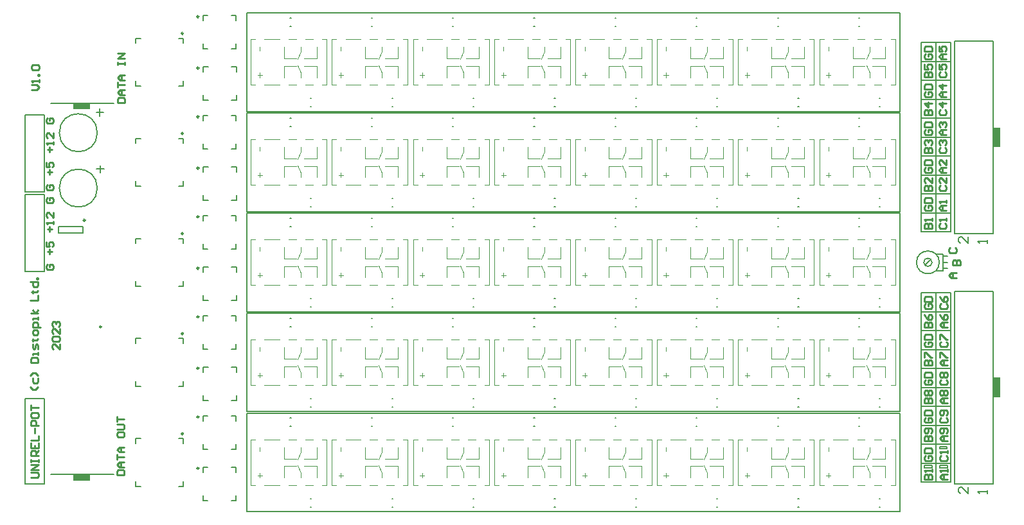
<source format=gto>
G04*
G04 #@! TF.GenerationSoftware,Altium Limited,Altium Designer,20.0.9 (164)*
G04*
G04 Layer_Color=65535*
%FSLAX25Y25*%
%MOIN*%
G70*
G01*
G75*
%ADD10C,0.00787*%
%ADD11C,0.00984*%
%ADD12C,0.00394*%
%ADD13C,0.01000*%
%ADD14C,0.00800*%
G36*
X34449Y25591D02*
X25787D01*
Y28740D01*
X34449D01*
Y25591D01*
D02*
G37*
G36*
X34449Y218504D02*
X25787D01*
Y221654D01*
X34449D01*
Y218504D01*
D02*
G37*
G36*
X506496Y68898D02*
X502953D01*
Y79134D01*
X506496D01*
Y68898D01*
D02*
G37*
G36*
Y198819D02*
X502953D01*
Y209055D01*
X506496D01*
Y198819D01*
D02*
G37*
D10*
X471215Y138976D02*
G03*
X471215Y138976I-2120J0D01*
G01*
X475000D02*
G03*
X475000Y138976I-5906J0D01*
G01*
X38386Y177559D02*
G03*
X38386Y177559I-9843J0D01*
G01*
Y206299D02*
G03*
X38386Y206299I-9843J0D01*
G01*
X984Y24016D02*
X3346D01*
X984D02*
Y68110D01*
X1378D01*
X984Y24016D02*
X10827D01*
Y68110D01*
X984D02*
X10827D01*
X475123Y43301D02*
X479060D01*
X475123Y42120D02*
Y43301D01*
X479060Y42120D02*
Y43301D01*
X475123Y42120D02*
X479060D01*
X475186Y33475D02*
X479123D01*
X475186Y32293D02*
Y33475D01*
X479123Y32293D02*
Y33475D01*
X475186Y32293D02*
X479123D01*
X467332Y32248D02*
X471270D01*
Y33429D01*
X467332Y32248D02*
Y33429D01*
X471270D01*
X14370Y28740D02*
X47047D01*
X26575Y221654D02*
X28543D01*
X14370D02*
X47047D01*
X480905Y64173D02*
Y83858D01*
X473425Y134646D02*
X476968D01*
Y135827D02*
X479331D01*
X476968Y138976D02*
X479331D01*
X476968Y142126D02*
X479331D01*
X476968Y134646D02*
Y143307D01*
X473425D02*
X476968D01*
X467717Y137598D02*
X470276Y140157D01*
X465551Y104331D02*
Y123228D01*
X480905D01*
Y103543D02*
Y123228D01*
X465551Y103543D02*
X480905D01*
X473228D02*
Y123228D01*
X465551Y113386D02*
X480905D01*
X465551Y103543D02*
Y107087D01*
Y83858D02*
Y87402D01*
X465551Y93701D02*
X480905D01*
X473228Y83858D02*
Y103543D01*
X465551Y83858D02*
X480905D01*
Y103543D01*
X465551D02*
X480905D01*
X465551Y84646D02*
Y103543D01*
X465551Y64173D02*
Y67716D01*
X465551Y74016D02*
X480905D01*
X473228Y64173D02*
Y83858D01*
X465551Y64173D02*
X480905D01*
X465551Y83858D02*
X480905D01*
X465551Y64961D02*
Y83858D01*
X465551Y44488D02*
Y48031D01*
X465551Y54331D02*
X480905D01*
X473228Y44488D02*
Y64173D01*
X465551Y44488D02*
X480905D01*
Y64173D01*
X465551D02*
X480905D01*
X465551Y45276D02*
Y64173D01*
X465551Y24803D02*
Y28346D01*
X465551Y34646D02*
X480905D01*
X473228Y24803D02*
Y44488D01*
X465551Y24803D02*
X480905D01*
Y44488D01*
X465551D02*
X480905D01*
X465551Y25591D02*
Y44488D01*
Y155512D02*
Y174409D01*
X480905D01*
Y154724D02*
Y174409D01*
X465551Y154724D02*
X480905D01*
X473228D02*
Y174409D01*
X465551Y164567D02*
X480905D01*
X465551Y154724D02*
Y158268D01*
X465551Y175197D02*
Y194095D01*
X480905D01*
Y174409D02*
Y194095D01*
X465551Y174409D02*
X480905D01*
X473228D02*
Y194095D01*
X465551Y184252D02*
X480905D01*
X465551Y174409D02*
Y177953D01*
X465551Y194882D02*
Y213779D01*
X480905D01*
Y194095D02*
Y213779D01*
X465551Y194095D02*
X480905D01*
X473228D02*
Y213779D01*
X465551Y203937D02*
X480905D01*
X465551Y194095D02*
Y197638D01*
X465551Y214567D02*
Y233465D01*
X480905D01*
Y213779D02*
Y233465D01*
X465551Y213779D02*
X480905D01*
X473228D02*
Y233465D01*
X465551Y223622D02*
X480905D01*
X465551Y213779D02*
Y217323D01*
Y233465D02*
Y237008D01*
X465551Y243307D02*
X480905D01*
X473228Y233465D02*
Y253150D01*
X465551Y233465D02*
X480905D01*
Y253150D01*
X465551D02*
X480905D01*
X465551Y234252D02*
Y253150D01*
X115945Y216535D02*
X454528D01*
X482992Y254055D02*
X502992Y254055D01*
X502992Y154055D02*
Y161555D01*
X482992Y154055D02*
X502992Y154055D01*
X482992Y154055D02*
X482992Y161555D01*
Y254055D01*
X502992Y254055D02*
X502992Y161555D01*
X115945Y268504D02*
X454528D01*
X115945D02*
X454528D01*
X115945D02*
X454528D01*
X115945D02*
X454528D01*
X115945D02*
X454528D01*
X115945D02*
X454528D01*
Y217323D02*
Y268504D01*
Y217323D02*
Y268504D01*
X454528Y217323D02*
Y268504D01*
X454528Y217323D02*
Y268504D01*
Y217323D02*
Y268504D01*
Y217323D02*
Y268504D01*
X115945Y217323D02*
Y268504D01*
Y217323D02*
Y268504D01*
X115945Y217323D02*
Y268504D01*
X115945Y217323D02*
Y268504D01*
Y217323D02*
Y268504D01*
Y217323D02*
Y268504D01*
X115945Y165354D02*
X454528D01*
X115945D02*
X454528D01*
X115945D02*
X454528D01*
X115945D02*
X454528D01*
X115945D02*
X454528D01*
X115945D02*
X454528D01*
Y216535D01*
Y165354D02*
Y216535D01*
X454528Y165354D02*
Y216535D01*
X454528Y165354D02*
Y216535D01*
Y165354D02*
Y216535D01*
Y165354D02*
Y216535D01*
X115945Y165354D02*
Y216535D01*
Y165354D02*
Y216535D01*
X115945Y165354D02*
Y216535D01*
X115945Y165354D02*
Y216535D01*
Y165354D02*
Y216535D01*
Y165354D02*
Y216535D01*
X115945Y113386D02*
X454528D01*
X115945D02*
X454528D01*
X115945D02*
X454528D01*
X115945D02*
X454528D01*
X115945D02*
X454528D01*
X115945D02*
X454528D01*
X115945Y164567D02*
X454528D01*
X115945D02*
X454528D01*
X115945D02*
X454528D01*
X115945D02*
X454528D01*
X115945D02*
X454528D01*
X115945D02*
X454528D01*
Y113386D02*
Y164567D01*
Y113386D02*
Y164567D01*
X454528Y113386D02*
Y164567D01*
X454528Y113386D02*
Y164567D01*
Y113386D02*
Y164567D01*
Y113386D02*
Y164567D01*
X115945Y113386D02*
Y164567D01*
Y113386D02*
Y164567D01*
X115945Y113386D02*
Y164567D01*
X115945Y113386D02*
Y164567D01*
Y113386D02*
Y164567D01*
Y113386D02*
Y164567D01*
Y61417D02*
X454528D01*
X115945D02*
X454528D01*
X115945D02*
X454528D01*
X115945D02*
X454528D01*
X115945D02*
X454528D01*
X115945D02*
X454528D01*
X115945Y112598D02*
X454528D01*
X115945D02*
X454528D01*
X115945D02*
X454528D01*
X115945D02*
X454528D01*
X115945D02*
X454528D01*
X115945D02*
X454528D01*
Y61417D02*
Y112598D01*
Y61417D02*
Y112598D01*
X454528Y61417D02*
Y112598D01*
X454528Y61417D02*
Y112598D01*
Y61417D02*
Y112598D01*
Y61417D02*
Y112598D01*
X115945Y61417D02*
Y112598D01*
Y61417D02*
Y112598D01*
X115945Y61417D02*
Y112598D01*
X115945Y61417D02*
Y112598D01*
Y61417D02*
Y112598D01*
Y61417D02*
Y112598D01*
Y268504D02*
X454528D01*
X115945D02*
X454528D01*
X115945D02*
X454528D01*
X115945D02*
X454528D01*
X115945D02*
X454528D01*
X115945D02*
X454528D01*
Y217323D02*
Y268504D01*
Y217323D02*
Y268504D01*
X454528Y217323D02*
Y268504D01*
X454528Y217323D02*
Y268504D01*
Y217323D02*
Y268504D01*
Y217323D02*
Y268504D01*
X115945Y217323D02*
Y268504D01*
Y217323D02*
Y268504D01*
X115945Y217323D02*
Y268504D01*
X115945Y217323D02*
Y268504D01*
Y217323D02*
Y268504D01*
Y217323D02*
Y268504D01*
X115945Y165354D02*
X454528D01*
X115945D02*
X454528D01*
X115945D02*
X454528D01*
X115945D02*
X454528D01*
X115945D02*
X454528D01*
X115945D02*
X454528D01*
Y216535D01*
Y165354D02*
Y216535D01*
X454528Y165354D02*
Y216535D01*
X454528Y165354D02*
Y216535D01*
Y165354D02*
Y216535D01*
Y165354D02*
Y216535D01*
X115945Y165354D02*
Y216535D01*
Y165354D02*
Y216535D01*
X115945Y165354D02*
Y216535D01*
X115945Y165354D02*
Y216535D01*
Y165354D02*
Y216535D01*
Y165354D02*
Y216535D01*
X115945Y113386D02*
X454528D01*
X115945D02*
X454528D01*
X115945D02*
X454528D01*
X115945D02*
X454528D01*
X115945D02*
X454528D01*
X115945D02*
X454528D01*
X115945Y164567D02*
X454528D01*
X115945D02*
X454528D01*
X115945D02*
X454528D01*
X115945D02*
X454528D01*
X115945D02*
X454528D01*
X115945D02*
X454528D01*
Y113386D02*
Y164567D01*
Y113386D02*
Y164567D01*
X454528Y113386D02*
Y164567D01*
X454528Y113386D02*
Y164567D01*
Y113386D02*
Y164567D01*
Y113386D02*
Y164567D01*
X115945Y113386D02*
Y164567D01*
Y113386D02*
Y164567D01*
X115945Y113386D02*
Y164567D01*
X115945Y113386D02*
Y164567D01*
Y113386D02*
Y164567D01*
Y113386D02*
Y164567D01*
Y61417D02*
X454528D01*
X115945D02*
X454528D01*
X115945D02*
X454528D01*
X115945D02*
X454528D01*
X115945D02*
X454528D01*
X115945D02*
X454528D01*
X115945Y112598D02*
X454528D01*
X115945D02*
X454528D01*
X115945D02*
X454528D01*
X115945D02*
X454528D01*
X115945D02*
X454528D01*
X115945D02*
X454528D01*
Y61417D02*
Y112598D01*
Y61417D02*
Y112598D01*
X454528Y61417D02*
Y112598D01*
X454528Y61417D02*
Y112598D01*
Y61417D02*
Y112598D01*
Y61417D02*
Y112598D01*
X115945Y61417D02*
Y112598D01*
Y61417D02*
Y112598D01*
X115945Y61417D02*
Y112598D01*
X115945Y61417D02*
Y112598D01*
Y61417D02*
Y112598D01*
Y61417D02*
Y112598D01*
X115945Y165354D02*
Y216535D01*
X115945Y165354D02*
Y216535D01*
X115945Y165354D02*
Y216535D01*
X115945Y165354D02*
X454528D01*
X115945Y60630D02*
X454528D01*
X115945D02*
X454528D01*
X115945D02*
X454528D01*
X115945D02*
X454528D01*
X115945D02*
X454528D01*
X115945D02*
X454528D01*
X115945Y9449D02*
X454528D01*
X115945D02*
X454528D01*
X115945D02*
X454528D01*
X115945D02*
X454528D01*
X115945D02*
X454528D01*
X115945D02*
X454528D01*
Y60630D01*
Y9449D02*
Y60630D01*
X454528Y9449D02*
Y60630D01*
X454528Y9449D02*
Y60630D01*
Y9449D02*
Y60630D01*
Y9449D02*
Y60630D01*
X115945Y9449D02*
Y60630D01*
Y9449D02*
Y60630D01*
X115945Y9449D02*
Y60630D01*
X115945Y9449D02*
Y60630D01*
Y9449D02*
Y60630D01*
Y9449D02*
Y60630D01*
X115945D02*
X454528D01*
X115945Y9449D02*
X454528D01*
Y60630D01*
X115945Y9449D02*
Y60630D01*
X454528D01*
X115945Y9449D02*
X454528D01*
Y60630D01*
X115945Y9449D02*
Y60630D01*
Y112598D02*
X454528D01*
X115945Y61417D02*
X454528D01*
Y112598D01*
X115945Y61417D02*
Y112598D01*
Y164567D02*
X454528D01*
X115945Y113386D02*
X454528D01*
Y164567D01*
X115945Y113386D02*
Y164567D01*
Y165354D02*
X454528D01*
Y216535D01*
X115945Y268504D02*
X454528D01*
X115945D02*
X454528D01*
X115945D02*
X454528D01*
X115945D02*
X454528D01*
Y217323D02*
Y268504D01*
Y217323D02*
Y268504D01*
X454528Y217323D02*
Y268504D01*
X454528Y217323D02*
Y268504D01*
X115945Y217323D02*
Y268504D01*
Y217323D02*
Y268504D01*
X115945Y217323D02*
Y268504D01*
X115945Y217323D02*
Y268504D01*
X115945Y165354D02*
X454528D01*
X115945D02*
X454528D01*
X115945D02*
X454528D01*
X115945D02*
X454528D01*
Y216535D01*
Y165354D02*
Y216535D01*
X454528Y165354D02*
Y216535D01*
X454528Y165354D02*
Y216535D01*
X115945Y165354D02*
Y216535D01*
Y165354D02*
Y216535D01*
X115945Y165354D02*
Y216535D01*
X115945Y165354D02*
Y216535D01*
X115945Y113386D02*
X454528D01*
X115945D02*
X454528D01*
X115945D02*
X454528D01*
X115945D02*
X454528D01*
X115945Y164567D02*
X454528D01*
X115945D02*
X454528D01*
X115945D02*
X454528D01*
X115945D02*
X454528D01*
Y113386D02*
Y164567D01*
Y113386D02*
Y164567D01*
X454528Y113386D02*
Y164567D01*
X454528Y113386D02*
Y164567D01*
X115945Y113386D02*
Y164567D01*
Y113386D02*
Y164567D01*
X115945Y113386D02*
Y164567D01*
X115945Y113386D02*
Y164567D01*
Y61417D02*
X454528D01*
X115945D02*
X454528D01*
X115945D02*
X454528D01*
X115945D02*
X454528D01*
X115945Y112598D02*
X454528D01*
X115945D02*
X454528D01*
X115945D02*
X454528D01*
X115945D02*
X454528D01*
Y61417D02*
Y112598D01*
Y61417D02*
Y112598D01*
X454528Y61417D02*
Y112598D01*
X454528Y61417D02*
Y112598D01*
X115945Y61417D02*
Y112598D01*
Y61417D02*
Y112598D01*
X115945Y61417D02*
Y112598D01*
X115945Y61417D02*
Y112598D01*
X115945Y60630D02*
X454528D01*
X115945Y9449D02*
X454528D01*
Y60630D01*
X115945Y9449D02*
Y60630D01*
Y112598D02*
X454528D01*
X115945Y61417D02*
X454528D01*
Y112598D01*
X115945Y61417D02*
Y112598D01*
Y164567D02*
X454528D01*
X115945Y113386D02*
X454528D01*
Y164567D01*
X115945Y113386D02*
Y164567D01*
Y165354D02*
X454528D01*
Y216535D01*
X115945Y9449D02*
X454528D01*
X115945Y60630D02*
X454528D01*
Y9449D02*
Y60630D01*
X115945Y9449D02*
Y60630D01*
Y61417D02*
X454528D01*
X115945Y112598D02*
X454528D01*
Y61417D02*
Y112598D01*
X115945Y61417D02*
Y112598D01*
Y113386D02*
X454528D01*
X115945Y164567D02*
X454528D01*
Y113386D02*
Y164567D01*
X115945Y113386D02*
Y164567D01*
Y165354D02*
X454528D01*
Y216535D01*
X115945Y268504D02*
X454528D01*
X115945D02*
X454528D01*
Y217323D02*
Y268504D01*
Y217323D02*
Y268504D01*
X115945Y217323D02*
Y268504D01*
Y217323D02*
Y268504D01*
X115945Y165354D02*
X454528D01*
X115945D02*
X454528D01*
Y216535D01*
Y165354D02*
Y216535D01*
X115945Y165354D02*
Y216535D01*
Y165354D02*
Y216535D01*
X115945Y164567D02*
X454528D01*
X115945D02*
X454528D01*
X115945Y113386D02*
X454528D01*
X115945D02*
X454528D01*
Y164567D01*
Y113386D02*
Y164567D01*
X115945Y113386D02*
Y164567D01*
Y113386D02*
Y164567D01*
Y60630D02*
X454528D01*
X115945D02*
X454528D01*
X115945Y9449D02*
X454528D01*
X115945D02*
X454528D01*
Y60630D01*
Y9449D02*
Y60630D01*
X115945Y9449D02*
Y60630D01*
Y9449D02*
Y60630D01*
X115945Y9449D02*
X454528D01*
X115945Y60630D02*
X454528D01*
Y9449D02*
Y60630D01*
X115945Y9449D02*
Y60630D01*
Y61417D02*
X454528D01*
X115945Y112598D02*
X454528D01*
Y61417D02*
Y112598D01*
X115945Y61417D02*
Y112598D01*
Y113386D02*
X454528D01*
X115945Y164567D02*
X454528D01*
Y113386D02*
Y164567D01*
X115945Y113386D02*
Y164567D01*
Y165354D02*
X454528D01*
Y216535D01*
X115945Y164567D02*
X454528D01*
X115945Y112598D02*
X454528D01*
X115945Y113386D02*
X454528D01*
X115945Y61417D02*
X454528D01*
Y112598D01*
X115945Y61417D02*
Y112598D01*
X454528Y113386D02*
Y164567D01*
X115945Y113386D02*
Y164567D01*
X454528Y165354D02*
Y216535D01*
X115945Y268504D02*
X454528D01*
Y217323D02*
Y268504D01*
X115945Y217323D02*
Y268504D01*
X115945Y165354D02*
X454528D01*
Y216535D01*
X115945Y165354D02*
Y216535D01*
X115945Y113386D02*
X454528D01*
X115945Y164567D02*
X454528D01*
Y113386D02*
Y164567D01*
X115945Y113386D02*
Y164567D01*
Y61417D02*
X454528D01*
X115945Y112598D02*
X454528D01*
Y61417D02*
Y112598D01*
X115945Y61417D02*
Y112598D01*
Y268504D02*
X454528D01*
X115945Y217323D02*
X454528D01*
Y268504D01*
X115945Y217323D02*
Y268504D01*
X115945Y165354D02*
X454528D01*
Y216535D01*
X115945Y165354D02*
Y216535D01*
X115945Y164567D02*
X454528D01*
X115945Y113386D02*
X454528D01*
Y164567D01*
X115945Y113386D02*
Y164567D01*
Y112598D02*
X454528D01*
X115945Y61417D02*
X454528D01*
Y112598D01*
X115945Y61417D02*
Y112598D01*
Y60630D02*
X454528D01*
X115945Y9449D02*
X454528D01*
Y60630D01*
X115945Y9449D02*
Y60630D01*
X149016Y224213D02*
X149409D01*
X149016Y219882D02*
X149409D01*
X191142Y224213D02*
X191535D01*
X191142Y219882D02*
X191535D01*
X233268Y224213D02*
X233661D01*
X233268Y219882D02*
X233661D01*
X275394Y224213D02*
X275787D01*
X275394Y219882D02*
X275787D01*
X317520Y224213D02*
X317913D01*
X317520Y219882D02*
X317913D01*
X359646Y224213D02*
X360039D01*
X359646Y219882D02*
X360039D01*
X401772Y224213D02*
X402165D01*
X401772Y219882D02*
X402165D01*
X443898Y224213D02*
X444291D01*
X443898Y219882D02*
X444291D01*
X138386Y265945D02*
X138779D01*
X138386Y261614D02*
X138779D01*
X180512Y265945D02*
X180905D01*
X180512Y261614D02*
X180905D01*
X222638Y265945D02*
X223031D01*
X222638Y261614D02*
X223031D01*
X264764Y265945D02*
X265158D01*
X264764Y261614D02*
X265158D01*
X306890Y265945D02*
X307283D01*
X306890Y261614D02*
X307283D01*
X349016Y265945D02*
X349409D01*
X349016Y261614D02*
X349409D01*
X391142Y265945D02*
X391535D01*
X391142Y261614D02*
X391535D01*
X433268Y265945D02*
X433661D01*
X433268Y261614D02*
X433661D01*
X149016Y172244D02*
X149409D01*
X149016Y167913D02*
X149409D01*
X191142Y172244D02*
X191535D01*
X191142Y167913D02*
X191535D01*
X233268Y172244D02*
X233661D01*
X233268Y167913D02*
X233661D01*
X275394Y172244D02*
X275787D01*
X275394Y167913D02*
X275787D01*
X317520Y172244D02*
X317913D01*
X317520Y167913D02*
X317913D01*
X359646Y172244D02*
X360039D01*
X359646Y167913D02*
X360039D01*
X401772Y172244D02*
X402165D01*
X401772Y167913D02*
X402165D01*
X443898Y172244D02*
X444291D01*
X443898Y167913D02*
X444291D01*
X138386Y213976D02*
X138779D01*
X138386Y209646D02*
X138779D01*
X180512Y213976D02*
X180905D01*
X180512Y209646D02*
X180905D01*
X222638Y213976D02*
X223031D01*
X222638Y209646D02*
X223031D01*
X264764Y213976D02*
X265158D01*
X264764Y209646D02*
X265158D01*
X306890Y213976D02*
X307283D01*
X306890Y209646D02*
X307283D01*
X349016Y213976D02*
X349409D01*
X349016Y209646D02*
X349409D01*
X391142Y213976D02*
X391535D01*
X391142Y209646D02*
X391535D01*
X433268Y213976D02*
X433661D01*
X433268Y209646D02*
X433661D01*
X149016Y120276D02*
X149409D01*
X149016Y115945D02*
X149409D01*
X191142Y120276D02*
X191535D01*
X191142Y115945D02*
X191535D01*
X233268Y120276D02*
X233661D01*
X233268Y115945D02*
X233661D01*
X275394Y120276D02*
X275787D01*
X275394Y115945D02*
X275787D01*
X317520Y120276D02*
X317913D01*
X317520Y115945D02*
X317913D01*
X359646Y120276D02*
X360039D01*
X359646Y115945D02*
X360039D01*
X401772Y120276D02*
X402165D01*
X401772Y115945D02*
X402165D01*
X443898Y120276D02*
X444291D01*
X443898Y115945D02*
X444291D01*
X138386Y162008D02*
X138779D01*
X138386Y157677D02*
X138779D01*
X180512Y162008D02*
X180905D01*
X180512Y157677D02*
X180905D01*
X222638Y162008D02*
X223031D01*
X222638Y157677D02*
X223031D01*
X264764Y162008D02*
X265158D01*
X264764Y157677D02*
X265158D01*
X306890Y162008D02*
X307283D01*
X306890Y157677D02*
X307283D01*
X349016Y162008D02*
X349409D01*
X349016Y157677D02*
X349409D01*
X391142Y162008D02*
X391535D01*
X391142Y157677D02*
X391535D01*
X433268Y162008D02*
X433661D01*
X433268Y157677D02*
X433661D01*
X149016Y68307D02*
X149409D01*
X149016Y63976D02*
X149409D01*
X191142Y68307D02*
X191535D01*
X191142Y63976D02*
X191535D01*
X233268Y68307D02*
X233661D01*
X233268Y63976D02*
X233661D01*
X275394Y68307D02*
X275787D01*
X275394Y63976D02*
X275787D01*
X317520Y68307D02*
X317913D01*
X317520Y63976D02*
X317913D01*
X359646Y68307D02*
X360039D01*
X359646Y63976D02*
X360039D01*
X401772Y68307D02*
X402165D01*
X401772Y63976D02*
X402165D01*
X443898Y68307D02*
X444291D01*
X443898Y63976D02*
X444291D01*
X138386Y110039D02*
X138779D01*
X138386Y105709D02*
X138779D01*
X180512Y110039D02*
X180905D01*
X180512Y105709D02*
X180905D01*
X222638Y110039D02*
X223031D01*
X222638Y105709D02*
X223031D01*
X264764Y110039D02*
X265158D01*
X264764Y105709D02*
X265158D01*
X306890Y110039D02*
X307283D01*
X306890Y105709D02*
X307283D01*
X349016Y110039D02*
X349409D01*
X349016Y105709D02*
X349409D01*
X391142Y110039D02*
X391535D01*
X391142Y105709D02*
X391535D01*
X433268Y110039D02*
X433661D01*
X433268Y105709D02*
X433661D01*
X149016Y16339D02*
X149409D01*
X149016Y12008D02*
X149409D01*
X191142Y16339D02*
X191535D01*
X191142Y12008D02*
X191535D01*
X233268Y16339D02*
X233661D01*
X233268Y12008D02*
X233661D01*
X275394Y16339D02*
X275787D01*
X275394Y12008D02*
X275787D01*
X317520Y16339D02*
X317913D01*
X317520Y12008D02*
X317913D01*
X359646Y16339D02*
X360039D01*
X359646Y12008D02*
X360039D01*
X401772Y16339D02*
X402165D01*
X401772Y12008D02*
X402165D01*
X443898Y16339D02*
X444291D01*
X443898Y12008D02*
X444291D01*
X138386Y58071D02*
X138779D01*
X138386Y53740D02*
X138779D01*
X180512Y58071D02*
X180905D01*
X180512Y53740D02*
X180905D01*
X222638Y58071D02*
X223031D01*
X222638Y53740D02*
X223031D01*
X264764Y58071D02*
X265158D01*
X264764Y53740D02*
X265158D01*
X306890Y58071D02*
X307283D01*
X306890Y53740D02*
X307283D01*
X349016Y58071D02*
X349409D01*
X349016Y53740D02*
X349409D01*
X391142Y58071D02*
X391535D01*
X391142Y53740D02*
X391535D01*
X433268Y58071D02*
X433661D01*
X433268Y53740D02*
X433661D01*
X93110Y56693D02*
Y59350D01*
X95768D01*
X107776D02*
X110433D01*
Y56693D02*
Y59350D01*
Y42028D02*
Y44685D01*
X107776Y42028D02*
X110433D01*
X93110D02*
Y44685D01*
Y42028D02*
X95768D01*
X58268Y96850D02*
Y99410D01*
X60827Y99410D01*
X58268Y74606D02*
X58268Y77165D01*
X58268Y74606D02*
X60827Y74606D01*
X80512Y74606D02*
X83071D01*
X83071Y77165D02*
X83071Y74606D01*
Y96850D02*
Y99410D01*
X80512D02*
X83071D01*
X93110Y108671D02*
Y111328D01*
X95768D01*
X107776D02*
X110433D01*
Y108671D02*
Y111328D01*
Y94005D02*
Y96663D01*
X107776Y94005D02*
X110433D01*
X93110D02*
Y96663D01*
Y94005D02*
X95768D01*
X93110Y160604D02*
Y163261D01*
X95768D01*
X107776D02*
X110433D01*
Y160604D02*
Y163261D01*
Y145938D02*
Y148596D01*
X107776Y145938D02*
X110433D01*
X93110D02*
Y148596D01*
Y145938D02*
X95768D01*
X58268Y200787D02*
Y203346D01*
X60827Y203346D01*
X58268Y178543D02*
X58268Y181102D01*
X58268Y178543D02*
X60827Y178543D01*
X80512D02*
X83071Y178543D01*
Y181102D01*
Y203346D02*
X83071Y200787D01*
X80512Y203346D02*
X83071Y203346D01*
X93110Y212579D02*
Y215236D01*
X95768D01*
X107776D02*
X110433D01*
Y212579D02*
Y215236D01*
Y197913D02*
Y200571D01*
X107776Y197913D02*
X110433D01*
X93110D02*
Y200571D01*
Y197913D02*
X95768D01*
X93110Y264506D02*
Y267163D01*
X95768D01*
X107776D02*
X110433D01*
Y264506D02*
Y267163D01*
Y249840D02*
Y252498D01*
X107776Y249840D02*
X110433D01*
X93110D02*
Y252498D01*
Y249840D02*
X95768D01*
X58268Y252756D02*
Y255315D01*
X60827Y255315D01*
X58268Y230512D02*
X58268Y233071D01*
X58268Y230512D02*
X60827Y230512D01*
X80512Y230512D02*
X83071D01*
Y233071D01*
X83071Y255315D02*
X83071Y252756D01*
X80512Y255315D02*
X83071Y255315D01*
X93146Y237848D02*
Y240505D01*
X95803D01*
X107811D02*
X110468D01*
Y237848D02*
Y240505D01*
Y223182D02*
Y225840D01*
X107811Y223182D02*
X110468D01*
X93146D02*
Y225840D01*
Y223182D02*
X95803D01*
X93146Y185879D02*
Y188537D01*
X95803D01*
X107811D02*
X110468D01*
Y185879D02*
Y188537D01*
Y171214D02*
Y173871D01*
X107811Y171214D02*
X110468D01*
X93146D02*
Y173871D01*
Y171214D02*
X95803D01*
X58268Y148819D02*
Y151378D01*
X60827Y151378D01*
X58268Y126575D02*
X58268Y129134D01*
X58268Y126575D02*
X60827Y126575D01*
X80512Y126575D02*
X83071D01*
X83071Y129134D02*
X83071Y126575D01*
Y148819D02*
Y151378D01*
X80512D02*
X83071D01*
X482992Y123898D02*
X502992D01*
Y23898D02*
Y31398D01*
X482992Y23898D02*
X502992D01*
X482992D02*
Y31398D01*
X482992Y123898D01*
X502992Y31398D02*
Y123898D01*
X1102Y134213D02*
X11102D01*
X1102D02*
Y174213D01*
X11102Y134213D02*
Y174213D01*
X1102D02*
X11102D01*
X1102Y175709D02*
X11102D01*
X1102D02*
Y215709D01*
X11102Y175709D02*
Y215709D01*
X1102D02*
X11102D01*
X93146Y133911D02*
Y136568D01*
X95803D01*
X107811D02*
X110468Y136568D01*
X110468Y133911D01*
X110468Y119245D02*
X110468Y121903D01*
X107811Y119245D02*
X110468Y119245D01*
X93146Y119245D02*
Y121903D01*
Y119245D02*
X95803D01*
X93146Y81942D02*
Y84600D01*
X95803D01*
X107811D02*
X110468D01*
Y81942D02*
Y84600D01*
Y67277D02*
Y69934D01*
X107811Y67277D02*
X110468D01*
X93146D02*
Y69934D01*
Y67277D02*
X95803D01*
X58268Y44882D02*
Y47441D01*
X60827D01*
X58268Y22638D02*
Y25197D01*
Y22638D02*
X60827Y22638D01*
X80512Y22638D02*
X83071D01*
Y25197D01*
Y44882D02*
X83071Y47441D01*
X80512D02*
X83071D01*
X18307Y157677D02*
X18307Y154134D01*
X30906Y157677D02*
X30906Y154134D01*
X18307Y154134D02*
X30906Y154134D01*
X18307Y157677D02*
X30906D01*
X93110Y30020D02*
X93110Y32677D01*
X95768Y32677D01*
X107776D02*
X110433Y32677D01*
X110433Y30020D01*
Y15354D02*
Y18012D01*
X107776Y15354D02*
X110433D01*
X93110Y18012D02*
X93110Y15354D01*
X95768Y15354D01*
X39962Y185433D02*
Y189369D01*
X37994Y187401D02*
X41929D01*
X39765Y214961D02*
Y218896D01*
X37797Y216929D02*
X41733D01*
D11*
X40551Y105512D02*
G03*
X40551Y105512I-492J0D01*
G01*
X91043Y58760D02*
G03*
X91043Y58760I-492J0D01*
G01*
X82972Y101969D02*
G03*
X82972Y101969I-492J0D01*
G01*
X91043Y110738D02*
G03*
X91043Y110738I-492J0D01*
G01*
Y162671D02*
G03*
X91043Y162671I-492J0D01*
G01*
X82972Y205906D02*
G03*
X82972Y205906I-492J0D01*
G01*
X91043Y214646D02*
G03*
X91043Y214646I-492J0D01*
G01*
X91043Y266573D02*
G03*
X91043Y266573I-492J0D01*
G01*
X82972Y257874D02*
G03*
X82972Y257874I-492J0D01*
G01*
X91079Y239914D02*
G03*
X91079Y239914I-492J0D01*
G01*
Y187946D02*
G03*
X91079Y187946I-492J0D01*
G01*
X82973Y153937D02*
G03*
X82973Y153937I-492J0D01*
G01*
X91079Y135977D02*
G03*
X91079Y135977I-492J0D01*
G01*
Y84009D02*
G03*
X91079Y84009I-492J0D01*
G01*
X82972Y50000D02*
G03*
X82972Y50000I-492J0D01*
G01*
X32087Y160827D02*
G03*
X32087Y160827I-492J0D01*
G01*
X91043Y32087D02*
G03*
X91043Y32087I-492J0D01*
G01*
D12*
X117913Y231102D02*
X120276D01*
X125000D02*
X132874D01*
X137598D02*
X141535D01*
X146260D02*
X150197D01*
X154921D02*
X157283D01*
X154921Y254724D02*
X157283D01*
X146260D02*
X150197D01*
X137598D02*
X141535D01*
X125000D02*
X132874D01*
X117913D02*
X120276D01*
X157283Y231102D02*
Y254724D01*
X135236Y244882D02*
Y250787D01*
Y244882D02*
X141535D01*
X143898Y248425D02*
Y250787D01*
X142267Y244512D02*
X143898Y248425D01*
X152165Y244882D02*
Y250787D01*
X145472Y244882D02*
X152165D01*
X145472Y240945D02*
X152165D01*
Y235039D02*
Y240945D01*
X142267Y241315D02*
X143898Y237402D01*
Y235039D02*
Y237402D01*
X135236Y240945D02*
X141535D01*
X135236Y235039D02*
Y240945D01*
X122638Y248819D02*
Y250787D01*
X121457Y236221D02*
X123819D01*
X122638Y235039D02*
Y237402D01*
X117913Y231102D02*
Y254724D01*
X160039Y231102D02*
X162402D01*
X167126D02*
X175000D01*
X179724D02*
X183661D01*
X188386D02*
X192323D01*
X197047D02*
X199409D01*
X197047Y254724D02*
X199409D01*
X188386D02*
X192323D01*
X179724D02*
X183661D01*
X167126D02*
X175000D01*
X160039D02*
X162402D01*
X199409Y231102D02*
Y254724D01*
X177362Y244882D02*
Y250787D01*
Y244882D02*
X183661D01*
X186024Y248425D02*
Y250787D01*
X184393Y244512D02*
X186024Y248425D01*
X194291Y244882D02*
Y250787D01*
X187598Y244882D02*
X194291D01*
X187598Y240945D02*
X194291D01*
Y235039D02*
Y240945D01*
X184393Y241315D02*
X186024Y237402D01*
Y235039D02*
Y237402D01*
X177362Y240945D02*
X183661D01*
X177362Y235039D02*
Y240945D01*
X164764Y248819D02*
Y250787D01*
X163583Y236221D02*
X165945D01*
X164764Y235039D02*
Y237402D01*
X160039Y231102D02*
Y254724D01*
X202165Y231102D02*
X204527D01*
X209252D02*
X217126D01*
X221850D02*
X225787D01*
X230512D02*
X234449D01*
X239173D02*
X241535D01*
X239173Y254724D02*
X241535D01*
X230512D02*
X234449D01*
X221850D02*
X225787D01*
X209252D02*
X217126D01*
X202165D02*
X204527D01*
X241535Y231102D02*
Y254724D01*
X219488Y244882D02*
Y250787D01*
Y244882D02*
X225787D01*
X228150Y248425D02*
Y250787D01*
X226519Y244512D02*
X228150Y248425D01*
X236417Y244882D02*
Y250787D01*
X229724Y244882D02*
X236417D01*
X229724Y240945D02*
X236417D01*
Y235039D02*
Y240945D01*
X226519Y241315D02*
X228150Y237402D01*
Y235039D02*
Y237402D01*
X219488Y240945D02*
X225787D01*
X219488Y235039D02*
Y240945D01*
X206890Y248819D02*
Y250787D01*
X205709Y236221D02*
X208071D01*
X206890Y235039D02*
Y237402D01*
X202165Y231102D02*
Y254724D01*
X244291Y231102D02*
X246654D01*
X251378D02*
X259252D01*
X263976D02*
X267913D01*
X272638D02*
X276575D01*
X281299D02*
X283661D01*
X281299Y254724D02*
X283661D01*
X272638D02*
X276575D01*
X263976D02*
X267913D01*
X251378D02*
X259252D01*
X244291D02*
X246654D01*
X283661Y231102D02*
Y254724D01*
X261614Y244882D02*
Y250787D01*
Y244882D02*
X267913D01*
X270276Y248425D02*
Y250787D01*
X268645Y244512D02*
X270276Y248425D01*
X278543Y244882D02*
Y250787D01*
X271850Y244882D02*
X278543D01*
X271850Y240945D02*
X278543D01*
Y235039D02*
Y240945D01*
X268645Y241315D02*
X270276Y237402D01*
Y235039D02*
Y237402D01*
X261614Y240945D02*
X267913D01*
X261614Y235039D02*
Y240945D01*
X249016Y248819D02*
Y250787D01*
X247835Y236221D02*
X250197D01*
X249016Y235039D02*
Y237402D01*
X244291Y231102D02*
Y254724D01*
X286417Y231102D02*
X288779D01*
X293504D02*
X301378D01*
X306102D02*
X310039D01*
X314764D02*
X318701D01*
X323425D02*
X325787D01*
X323425Y254724D02*
X325787D01*
X314764D02*
X318701D01*
X306102D02*
X310039D01*
X293504D02*
X301378D01*
X286417D02*
X288779D01*
X325787Y231102D02*
Y254724D01*
X303740Y244882D02*
Y250787D01*
Y244882D02*
X310039D01*
X312402Y248425D02*
Y250787D01*
X310771Y244512D02*
X312402Y248425D01*
X320669Y244882D02*
Y250787D01*
X313976Y244882D02*
X320669D01*
X313976Y240945D02*
X320669D01*
Y235039D02*
Y240945D01*
X310771Y241315D02*
X312402Y237402D01*
Y235039D02*
Y237402D01*
X303740Y240945D02*
X310039D01*
X303740Y235039D02*
Y240945D01*
X291142Y248819D02*
Y250787D01*
X289961Y236221D02*
X292323D01*
X291142Y235039D02*
Y237402D01*
X286417Y231102D02*
Y254724D01*
X328543Y231102D02*
X330906D01*
X335630D02*
X343504D01*
X348228D02*
X352165D01*
X356890D02*
X360827D01*
X365551D02*
X367913D01*
X365551Y254724D02*
X367913D01*
X356890D02*
X360827D01*
X348228D02*
X352165D01*
X335630D02*
X343504D01*
X328543D02*
X330906D01*
X367913Y231102D02*
Y254724D01*
X345866Y244882D02*
Y250787D01*
Y244882D02*
X352165D01*
X354528Y248425D02*
Y250787D01*
X352897Y244512D02*
X354528Y248425D01*
X362795Y244882D02*
Y250787D01*
X356102Y244882D02*
X362795D01*
X356102Y240945D02*
X362795D01*
Y235039D02*
Y240945D01*
X352897Y241315D02*
X354528Y237402D01*
Y235039D02*
Y237402D01*
X345866Y240945D02*
X352165D01*
X345866Y235039D02*
Y240945D01*
X333268Y248819D02*
Y250787D01*
X332087Y236221D02*
X334449D01*
X333268Y235039D02*
Y237402D01*
X328543Y231102D02*
Y254724D01*
X370669Y231102D02*
X373031D01*
X377756D02*
X385630D01*
X390354D02*
X394291D01*
X399016D02*
X402953D01*
X407677D02*
X410039D01*
X407677Y254724D02*
X410039D01*
X399016D02*
X402953D01*
X390354D02*
X394291D01*
X377756D02*
X385630D01*
X370669D02*
X373031D01*
X410039Y231102D02*
Y254724D01*
X387992Y244882D02*
Y250787D01*
Y244882D02*
X394291D01*
X396654Y248425D02*
Y250787D01*
X395023Y244512D02*
X396654Y248425D01*
X404921Y244882D02*
Y250787D01*
X398228Y244882D02*
X404921D01*
X398228Y240945D02*
X404921D01*
Y235039D02*
Y240945D01*
X395023Y241315D02*
X396654Y237402D01*
Y235039D02*
Y237402D01*
X387992Y240945D02*
X394291D01*
X387992Y235039D02*
Y240945D01*
X375394Y248819D02*
Y250787D01*
X374213Y236220D02*
X376575D01*
X375394Y235039D02*
Y237402D01*
X370669Y231102D02*
Y254724D01*
X412795Y231102D02*
X415158D01*
X419882D02*
X427756D01*
X432480D02*
X436417D01*
X441142D02*
X445079D01*
X449803D02*
X452165D01*
X449803Y254724D02*
X452165D01*
X441142D02*
X445079D01*
X432480D02*
X436417D01*
X419882D02*
X427756D01*
X412795D02*
X415158D01*
X452165Y231102D02*
Y254724D01*
X430118Y244882D02*
Y250787D01*
Y244882D02*
X436417D01*
X438779Y248425D02*
Y250787D01*
X437149Y244512D02*
X438779Y248425D01*
X447047Y244882D02*
Y250787D01*
X440354Y244882D02*
X447047D01*
X440354Y240945D02*
X447047D01*
Y235039D02*
Y240945D01*
X437149Y241315D02*
X438779Y237402D01*
Y235039D02*
Y237402D01*
X430118Y240945D02*
X436417D01*
X430118Y235039D02*
Y240945D01*
X417520Y248819D02*
Y250787D01*
X416339Y236220D02*
X418701D01*
X417520Y235039D02*
Y237402D01*
X412795Y231102D02*
Y254724D01*
X117913Y179134D02*
X120276D01*
X125000D02*
X132874D01*
X137598D02*
X141535D01*
X146260D02*
X150197D01*
X154921D02*
X157283D01*
X154921Y202756D02*
X157283D01*
X146260D02*
X150197D01*
X137598D02*
X141535D01*
X125000D02*
X132874D01*
X117913D02*
X120276D01*
X157283Y179134D02*
Y202756D01*
X135236Y192913D02*
Y198819D01*
Y192913D02*
X141535D01*
X143898Y196457D02*
Y198819D01*
X142267Y192543D02*
X143898Y196457D01*
X152165Y192913D02*
Y198819D01*
X145472Y192913D02*
X152165D01*
X145472Y188976D02*
X152165D01*
Y183071D02*
Y188976D01*
X142267Y189347D02*
X143898Y185433D01*
Y183071D02*
Y185433D01*
X135236Y188976D02*
X141535D01*
X135236Y183071D02*
Y188976D01*
X122638Y196850D02*
Y198819D01*
X121457Y184252D02*
X123819D01*
X122638Y183071D02*
Y185433D01*
X117913Y179134D02*
Y202756D01*
X160039Y179134D02*
X162402D01*
X167126D02*
X175000D01*
X179724D02*
X183661D01*
X188386D02*
X192323D01*
X197047D02*
X199409D01*
X197047Y202756D02*
X199409D01*
X188386D02*
X192323D01*
X179724D02*
X183661D01*
X167126D02*
X175000D01*
X160039D02*
X162402D01*
X199409Y179134D02*
Y202756D01*
X177362Y192913D02*
Y198819D01*
Y192913D02*
X183661D01*
X186024Y196457D02*
Y198819D01*
X184393Y192543D02*
X186024Y196457D01*
X194291Y192913D02*
Y198819D01*
X187598Y192913D02*
X194291D01*
X187598Y188976D02*
X194291D01*
Y183071D02*
Y188976D01*
X184393Y189347D02*
X186024Y185433D01*
Y183071D02*
Y185433D01*
X177362Y188976D02*
X183661D01*
X177362Y183071D02*
Y188976D01*
X164764Y196850D02*
Y198819D01*
X163583Y184252D02*
X165945D01*
X164764Y183071D02*
Y185433D01*
X160039Y179134D02*
Y202756D01*
X202165Y179134D02*
X204527D01*
X209252D02*
X217126D01*
X221850D02*
X225787D01*
X230512D02*
X234449D01*
X239173D02*
X241535D01*
X239173Y202756D02*
X241535D01*
X230512D02*
X234449D01*
X221850D02*
X225787D01*
X209252D02*
X217126D01*
X202165D02*
X204527D01*
X241535Y179134D02*
Y202756D01*
X219488Y192913D02*
Y198819D01*
Y192913D02*
X225787D01*
X228150Y196457D02*
Y198819D01*
X226519Y192543D02*
X228150Y196457D01*
X236417Y192913D02*
Y198819D01*
X229724Y192913D02*
X236417D01*
X229724Y188976D02*
X236417D01*
Y183071D02*
Y188976D01*
X226519Y189347D02*
X228150Y185433D01*
Y183071D02*
Y185433D01*
X219488Y188976D02*
X225787D01*
X219488Y183071D02*
Y188976D01*
X206890Y196850D02*
Y198819D01*
X205709Y184252D02*
X208071D01*
X206890Y183071D02*
Y185433D01*
X202165Y179134D02*
Y202756D01*
X244291Y179134D02*
X246654D01*
X251378D02*
X259252D01*
X263976D02*
X267913D01*
X272638D02*
X276575D01*
X281299D02*
X283661D01*
X281299Y202756D02*
X283661D01*
X272638D02*
X276575D01*
X263976D02*
X267913D01*
X251378D02*
X259252D01*
X244291D02*
X246654D01*
X283661Y179134D02*
Y202756D01*
X261614Y192913D02*
Y198819D01*
Y192913D02*
X267913D01*
X270276Y196457D02*
Y198819D01*
X268645Y192543D02*
X270276Y196457D01*
X278543Y192913D02*
Y198819D01*
X271850Y192913D02*
X278543D01*
X271850Y188976D02*
X278543D01*
Y183071D02*
Y188976D01*
X268645Y189347D02*
X270276Y185433D01*
Y183071D02*
Y185433D01*
X261614Y188976D02*
X267913D01*
X261614Y183071D02*
Y188976D01*
X249016Y196850D02*
Y198819D01*
X247835Y184252D02*
X250197D01*
X249016Y183071D02*
Y185433D01*
X244291Y179134D02*
Y202756D01*
X286417Y179134D02*
X288779D01*
X293504D02*
X301378D01*
X306102D02*
X310039D01*
X314764D02*
X318701D01*
X323425D02*
X325787D01*
X323425Y202756D02*
X325787D01*
X314764D02*
X318701D01*
X306102D02*
X310039D01*
X293504D02*
X301378D01*
X286417D02*
X288779D01*
X325787Y179134D02*
Y202756D01*
X303740Y192913D02*
Y198819D01*
Y192913D02*
X310039D01*
X312402Y196457D02*
Y198819D01*
X310771Y192543D02*
X312402Y196457D01*
X320669Y192913D02*
Y198819D01*
X313976Y192913D02*
X320669D01*
X313976Y188976D02*
X320669D01*
Y183071D02*
Y188976D01*
X310771Y189347D02*
X312402Y185433D01*
Y183071D02*
Y185433D01*
X303740Y188976D02*
X310039D01*
X303740Y183071D02*
Y188976D01*
X291142Y196850D02*
Y198819D01*
X289961Y184252D02*
X292323D01*
X291142Y183071D02*
Y185433D01*
X286417Y179134D02*
Y202756D01*
X328543Y179134D02*
X330906D01*
X335630D02*
X343504D01*
X348228D02*
X352165D01*
X356890D02*
X360827D01*
X365551D02*
X367913D01*
X365551Y202756D02*
X367913D01*
X356890D02*
X360827D01*
X348228D02*
X352165D01*
X335630D02*
X343504D01*
X328543D02*
X330906D01*
X367913Y179134D02*
Y202756D01*
X345866Y192913D02*
Y198819D01*
Y192913D02*
X352165D01*
X354528Y196457D02*
Y198819D01*
X352897Y192543D02*
X354528Y196457D01*
X362795Y192913D02*
Y198819D01*
X356102Y192913D02*
X362795D01*
X356102Y188976D02*
X362795D01*
Y183071D02*
Y188976D01*
X352897Y189347D02*
X354528Y185433D01*
Y183071D02*
Y185433D01*
X345866Y188976D02*
X352165D01*
X345866Y183071D02*
Y188976D01*
X333268Y196850D02*
Y198819D01*
X332087Y184252D02*
X334449D01*
X333268Y183071D02*
Y185433D01*
X328543Y179134D02*
Y202756D01*
X370669Y179134D02*
X373031D01*
X377756D02*
X385630D01*
X390354D02*
X394291D01*
X399016D02*
X402953D01*
X407677D02*
X410039D01*
X407677Y202756D02*
X410039D01*
X399016D02*
X402953D01*
X390354D02*
X394291D01*
X377756D02*
X385630D01*
X370669D02*
X373031D01*
X410039Y179134D02*
Y202756D01*
X387992Y192913D02*
Y198819D01*
Y192913D02*
X394291D01*
X396654Y196457D02*
Y198819D01*
X395023Y192543D02*
X396654Y196457D01*
X404921Y192913D02*
Y198819D01*
X398228Y192913D02*
X404921D01*
X398228Y188976D02*
X404921D01*
Y183071D02*
Y188976D01*
X395023Y189347D02*
X396654Y185433D01*
Y183071D02*
Y185433D01*
X387992Y188976D02*
X394291D01*
X387992Y183071D02*
Y188976D01*
X375394Y196850D02*
Y198819D01*
X374213Y184252D02*
X376575D01*
X375394Y183071D02*
Y185433D01*
X370669Y179134D02*
Y202756D01*
X412795Y179134D02*
X415158D01*
X419882D02*
X427756D01*
X432480D02*
X436417D01*
X441142D02*
X445079D01*
X449803D02*
X452165D01*
X449803Y202756D02*
X452165D01*
X441142D02*
X445079D01*
X432480D02*
X436417D01*
X419882D02*
X427756D01*
X412795D02*
X415158D01*
X452165Y179134D02*
Y202756D01*
X430118Y192913D02*
Y198819D01*
Y192913D02*
X436417D01*
X438779Y196457D02*
Y198819D01*
X437149Y192543D02*
X438779Y196457D01*
X447047Y192913D02*
Y198819D01*
X440354Y192913D02*
X447047D01*
X440354Y188976D02*
X447047D01*
Y183071D02*
Y188976D01*
X437149Y189347D02*
X438779Y185433D01*
Y183071D02*
Y185433D01*
X430118Y188976D02*
X436417D01*
X430118Y183071D02*
Y188976D01*
X417520Y196850D02*
Y198819D01*
X416339Y184252D02*
X418701D01*
X417520Y183071D02*
Y185433D01*
X412795Y179134D02*
Y202756D01*
X117913Y127165D02*
X120276D01*
X125000D02*
X132874D01*
X137598D02*
X141535D01*
X146260D02*
X150197D01*
X154921D02*
X157283D01*
X154921Y150787D02*
X157283D01*
X146260D02*
X150197D01*
X137598D02*
X141535D01*
X125000D02*
X132874D01*
X117913D02*
X120276D01*
X157283Y127165D02*
Y150787D01*
X135236Y140945D02*
Y146850D01*
Y140945D02*
X141535D01*
X143898Y144488D02*
Y146850D01*
X142267Y140575D02*
X143898Y144488D01*
X152165Y140945D02*
Y146850D01*
X145472Y140945D02*
X152165D01*
X145472Y137008D02*
X152165D01*
Y131102D02*
Y137008D01*
X142267Y137378D02*
X143898Y133465D01*
Y131102D02*
Y133465D01*
X135236Y137008D02*
X141535D01*
X135236Y131102D02*
Y137008D01*
X122638Y144882D02*
Y146850D01*
X121457Y132283D02*
X123819D01*
X122638Y131102D02*
Y133465D01*
X117913Y127165D02*
Y150787D01*
X160039Y127165D02*
X162402D01*
X167126D02*
X175000D01*
X179724D02*
X183661D01*
X188386D02*
X192323D01*
X197047D02*
X199409D01*
X197047Y150787D02*
X199409D01*
X188386D02*
X192323D01*
X179724D02*
X183661D01*
X167126D02*
X175000D01*
X160039D02*
X162402D01*
X199409Y127165D02*
Y150787D01*
X177362Y140945D02*
Y146850D01*
Y140945D02*
X183661D01*
X186024Y144488D02*
Y146850D01*
X184393Y140575D02*
X186024Y144488D01*
X194291Y140945D02*
Y146850D01*
X187598Y140945D02*
X194291D01*
X187598Y137008D02*
X194291D01*
Y131102D02*
Y137008D01*
X184393Y137378D02*
X186024Y133465D01*
Y131102D02*
Y133465D01*
X177362Y137008D02*
X183661D01*
X177362Y131102D02*
Y137008D01*
X164764Y144882D02*
Y146850D01*
X163583Y132283D02*
X165945D01*
X164764Y131102D02*
Y133465D01*
X160039Y127165D02*
Y150787D01*
X202165Y127165D02*
X204527D01*
X209252D02*
X217126D01*
X221850D02*
X225787D01*
X230512D02*
X234449D01*
X239173D02*
X241535D01*
X239173Y150787D02*
X241535D01*
X230512D02*
X234449D01*
X221850D02*
X225787D01*
X209252D02*
X217126D01*
X202165D02*
X204527D01*
X241535Y127165D02*
Y150787D01*
X219488Y140945D02*
Y146850D01*
Y140945D02*
X225787D01*
X228150Y144488D02*
Y146850D01*
X226519Y140575D02*
X228150Y144488D01*
X236417Y140945D02*
Y146850D01*
X229724Y140945D02*
X236417D01*
X229724Y137008D02*
X236417D01*
Y131102D02*
Y137008D01*
X226519Y137378D02*
X228150Y133465D01*
Y131102D02*
Y133465D01*
X219488Y137008D02*
X225787D01*
X219488Y131102D02*
Y137008D01*
X206890Y144882D02*
Y146850D01*
X205709Y132283D02*
X208071D01*
X206890Y131102D02*
Y133465D01*
X202165Y127165D02*
Y150787D01*
X244291Y127165D02*
X246654D01*
X251378D02*
X259252D01*
X263976D02*
X267913D01*
X272638D02*
X276575D01*
X281299D02*
X283661D01*
X281299Y150787D02*
X283661D01*
X272638D02*
X276575D01*
X263976D02*
X267913D01*
X251378D02*
X259252D01*
X244291D02*
X246654D01*
X283661Y127165D02*
Y150787D01*
X261614Y140945D02*
Y146850D01*
Y140945D02*
X267913D01*
X270276Y144488D02*
Y146850D01*
X268645Y140575D02*
X270276Y144488D01*
X278543Y140945D02*
Y146850D01*
X271850Y140945D02*
X278543D01*
X271850Y137008D02*
X278543D01*
Y131102D02*
Y137008D01*
X268645Y137378D02*
X270276Y133465D01*
Y131102D02*
Y133465D01*
X261614Y137008D02*
X267913D01*
X261614Y131102D02*
Y137008D01*
X249016Y144882D02*
Y146850D01*
X247835Y132283D02*
X250197D01*
X249016Y131102D02*
Y133465D01*
X244291Y127165D02*
Y150787D01*
X286417Y127165D02*
X288779D01*
X293504D02*
X301378D01*
X306102D02*
X310039D01*
X314764D02*
X318701D01*
X323425D02*
X325787D01*
X323425Y150787D02*
X325787D01*
X314764D02*
X318701D01*
X306102D02*
X310039D01*
X293504D02*
X301378D01*
X286417D02*
X288779D01*
X325787Y127165D02*
Y150787D01*
X303740Y140945D02*
Y146850D01*
Y140945D02*
X310039D01*
X312402Y144488D02*
Y146850D01*
X310771Y140575D02*
X312402Y144488D01*
X320669Y140945D02*
Y146850D01*
X313976Y140945D02*
X320669D01*
X313976Y137008D02*
X320669D01*
Y131102D02*
Y137008D01*
X310771Y137378D02*
X312402Y133465D01*
Y131102D02*
Y133465D01*
X303740Y137008D02*
X310039D01*
X303740Y131102D02*
Y137008D01*
X291142Y144882D02*
Y146850D01*
X289961Y132283D02*
X292323D01*
X291142Y131102D02*
Y133465D01*
X286417Y127165D02*
Y150787D01*
X328543Y127165D02*
X330906D01*
X335630D02*
X343504D01*
X348228D02*
X352165D01*
X356890D02*
X360827D01*
X365551D02*
X367913D01*
X365551Y150787D02*
X367913D01*
X356890D02*
X360827D01*
X348228D02*
X352165D01*
X335630D02*
X343504D01*
X328543D02*
X330906D01*
X367913Y127165D02*
Y150787D01*
X345866Y140945D02*
Y146850D01*
Y140945D02*
X352165D01*
X354528Y144488D02*
Y146850D01*
X352897Y140575D02*
X354528Y144488D01*
X362795Y140945D02*
Y146850D01*
X356102Y140945D02*
X362795D01*
X356102Y137008D02*
X362795D01*
Y131102D02*
Y137008D01*
X352897Y137378D02*
X354528Y133465D01*
Y131102D02*
Y133465D01*
X345866Y137008D02*
X352165D01*
X345866Y131102D02*
Y137008D01*
X333268Y144882D02*
Y146850D01*
X332087Y132283D02*
X334449D01*
X333268Y131102D02*
Y133465D01*
X328543Y127165D02*
Y150787D01*
X370669Y127165D02*
X373031D01*
X377756D02*
X385630D01*
X390354D02*
X394291D01*
X399016D02*
X402953D01*
X407677D02*
X410039D01*
X407677Y150787D02*
X410039D01*
X399016D02*
X402953D01*
X390354D02*
X394291D01*
X377756D02*
X385630D01*
X370669D02*
X373031D01*
X410039Y127165D02*
Y150787D01*
X387992Y140945D02*
Y146850D01*
Y140945D02*
X394291D01*
X396654Y144488D02*
Y146850D01*
X395023Y140575D02*
X396654Y144488D01*
X404921Y140945D02*
Y146850D01*
X398228Y140945D02*
X404921D01*
X398228Y137008D02*
X404921D01*
Y131102D02*
Y137008D01*
X395023Y137378D02*
X396654Y133465D01*
Y131102D02*
Y133465D01*
X387992Y137008D02*
X394291D01*
X387992Y131102D02*
Y137008D01*
X375394Y144882D02*
Y146850D01*
X374213Y132283D02*
X376575D01*
X375394Y131102D02*
Y133465D01*
X370669Y127165D02*
Y150787D01*
X412795Y127165D02*
X415158D01*
X419882D02*
X427756D01*
X432480D02*
X436417D01*
X441142D02*
X445079D01*
X449803D02*
X452165D01*
X449803Y150787D02*
X452165D01*
X441142D02*
X445079D01*
X432480D02*
X436417D01*
X419882D02*
X427756D01*
X412795D02*
X415158D01*
X452165Y127165D02*
Y150787D01*
X430118Y140945D02*
Y146850D01*
Y140945D02*
X436417D01*
X438779Y144488D02*
Y146850D01*
X437149Y140575D02*
X438779Y144488D01*
X447047Y140945D02*
Y146850D01*
X440354Y140945D02*
X447047D01*
X440354Y137008D02*
X447047D01*
Y131102D02*
Y137008D01*
X437149Y137378D02*
X438779Y133465D01*
Y131102D02*
Y133465D01*
X430118Y137008D02*
X436417D01*
X430118Y131102D02*
Y137008D01*
X417520Y144882D02*
Y146850D01*
X416339Y132283D02*
X418701D01*
X417520Y131102D02*
Y133465D01*
X412795Y127165D02*
Y150787D01*
X117913Y75197D02*
X120276D01*
X125000D02*
X132874D01*
X137598D02*
X141535D01*
X146260D02*
X150197D01*
X154921D02*
X157283D01*
X154921Y98819D02*
X157283D01*
X146260D02*
X150197D01*
X137598D02*
X141535D01*
X125000D02*
X132874D01*
X117913D02*
X120276D01*
X157283Y75197D02*
Y98819D01*
X135236Y88976D02*
Y94882D01*
Y88976D02*
X141535D01*
X143898Y92520D02*
Y94882D01*
X142267Y88606D02*
X143898Y92520D01*
X152165Y88976D02*
Y94882D01*
X145472Y88976D02*
X152165D01*
X145472Y85039D02*
X152165D01*
Y79134D02*
Y85039D01*
X142267Y85410D02*
X143898Y81496D01*
Y79134D02*
Y81496D01*
X135236Y85039D02*
X141535D01*
X135236Y79134D02*
Y85039D01*
X122638Y92913D02*
Y94882D01*
X121457Y80315D02*
X123819D01*
X122638Y79134D02*
Y81496D01*
X117913Y75197D02*
Y98819D01*
X160039Y75197D02*
X162402D01*
X167126D02*
X175000D01*
X179724D02*
X183661D01*
X188386D02*
X192323D01*
X197047D02*
X199409D01*
X197047Y98819D02*
X199409D01*
X188386D02*
X192323D01*
X179724D02*
X183661D01*
X167126D02*
X175000D01*
X160039D02*
X162402D01*
X199409Y75197D02*
Y98819D01*
X177362Y88976D02*
Y94882D01*
Y88976D02*
X183661D01*
X186024Y92520D02*
Y94882D01*
X184393Y88606D02*
X186024Y92520D01*
X194291Y88976D02*
Y94882D01*
X187598Y88976D02*
X194291D01*
X187598Y85039D02*
X194291D01*
Y79134D02*
Y85039D01*
X184393Y85410D02*
X186024Y81496D01*
Y79134D02*
Y81496D01*
X177362Y85039D02*
X183661D01*
X177362Y79134D02*
Y85039D01*
X164764Y92913D02*
Y94882D01*
X163583Y80315D02*
X165945D01*
X164764Y79134D02*
Y81496D01*
X160039Y75197D02*
Y98819D01*
X202165Y75197D02*
X204527D01*
X209252D02*
X217126D01*
X221850D02*
X225787D01*
X230512D02*
X234449D01*
X239173D02*
X241535D01*
X239173Y98819D02*
X241535D01*
X230512D02*
X234449D01*
X221850D02*
X225787D01*
X209252D02*
X217126D01*
X202165D02*
X204527D01*
X241535Y75197D02*
Y98819D01*
X219488Y88976D02*
Y94882D01*
Y88976D02*
X225787D01*
X228150Y92520D02*
Y94882D01*
X226519Y88606D02*
X228150Y92520D01*
X236417Y88976D02*
Y94882D01*
X229724Y88976D02*
X236417D01*
X229724Y85039D02*
X236417D01*
Y79134D02*
Y85039D01*
X226519Y85410D02*
X228150Y81496D01*
Y79134D02*
Y81496D01*
X219488Y85039D02*
X225787D01*
X219488Y79134D02*
Y85039D01*
X206890Y92913D02*
Y94882D01*
X205709Y80315D02*
X208071D01*
X206890Y79134D02*
Y81496D01*
X202165Y75197D02*
Y98819D01*
X244291Y75197D02*
X246654D01*
X251378D02*
X259252D01*
X263976D02*
X267913D01*
X272638D02*
X276575D01*
X281299D02*
X283661D01*
X281299Y98819D02*
X283661D01*
X272638D02*
X276575D01*
X263976D02*
X267913D01*
X251378D02*
X259252D01*
X244291D02*
X246654D01*
X283661Y75197D02*
Y98819D01*
X261614Y88976D02*
Y94882D01*
Y88976D02*
X267913D01*
X270276Y92520D02*
Y94882D01*
X268645Y88606D02*
X270276Y92520D01*
X278543Y88976D02*
Y94882D01*
X271850Y88976D02*
X278543D01*
X271850Y85039D02*
X278543D01*
Y79134D02*
Y85039D01*
X268645Y85410D02*
X270276Y81496D01*
Y79134D02*
Y81496D01*
X261614Y85039D02*
X267913D01*
X261614Y79134D02*
Y85039D01*
X249016Y92913D02*
Y94882D01*
X247835Y80315D02*
X250197D01*
X249016Y79134D02*
Y81496D01*
X244291Y75197D02*
Y98819D01*
X286417Y75197D02*
X288779D01*
X293504D02*
X301378D01*
X306102D02*
X310039D01*
X314764D02*
X318701D01*
X323425D02*
X325787D01*
X323425Y98819D02*
X325787D01*
X314764D02*
X318701D01*
X306102D02*
X310039D01*
X293504D02*
X301378D01*
X286417D02*
X288779D01*
X325787Y75197D02*
Y98819D01*
X303740Y88976D02*
Y94882D01*
Y88976D02*
X310039D01*
X312402Y92520D02*
Y94882D01*
X310771Y88606D02*
X312402Y92520D01*
X320669Y88976D02*
Y94882D01*
X313976Y88976D02*
X320669D01*
X313976Y85039D02*
X320669D01*
Y79134D02*
Y85039D01*
X310771Y85410D02*
X312402Y81496D01*
Y79134D02*
Y81496D01*
X303740Y85039D02*
X310039D01*
X303740Y79134D02*
Y85039D01*
X291142Y92913D02*
Y94882D01*
X289961Y80315D02*
X292323D01*
X291142Y79134D02*
Y81496D01*
X286417Y75197D02*
Y98819D01*
X328543Y75197D02*
X330906D01*
X335630D02*
X343504D01*
X348228D02*
X352165D01*
X356890D02*
X360827D01*
X365551D02*
X367913D01*
X365551Y98819D02*
X367913D01*
X356890D02*
X360827D01*
X348228D02*
X352165D01*
X335630D02*
X343504D01*
X328543D02*
X330906D01*
X367913Y75197D02*
Y98819D01*
X345866Y88976D02*
Y94882D01*
Y88976D02*
X352165D01*
X354528Y92520D02*
Y94882D01*
X352897Y88606D02*
X354528Y92520D01*
X362795Y88976D02*
Y94882D01*
X356102Y88976D02*
X362795D01*
X356102Y85039D02*
X362795D01*
Y79134D02*
Y85039D01*
X352897Y85410D02*
X354528Y81496D01*
Y79134D02*
Y81496D01*
X345866Y85039D02*
X352165D01*
X345866Y79134D02*
Y85039D01*
X333268Y92913D02*
Y94882D01*
X332087Y80315D02*
X334449D01*
X333268Y79134D02*
Y81496D01*
X328543Y75197D02*
Y98819D01*
X370669Y75197D02*
X373031D01*
X377756D02*
X385630D01*
X390354D02*
X394291D01*
X399016D02*
X402953D01*
X407677D02*
X410039D01*
X407677Y98819D02*
X410039D01*
X399016D02*
X402953D01*
X390354D02*
X394291D01*
X377756D02*
X385630D01*
X370669D02*
X373031D01*
X410039Y75197D02*
Y98819D01*
X387992Y88976D02*
Y94882D01*
Y88976D02*
X394291D01*
X396654Y92520D02*
Y94882D01*
X395023Y88606D02*
X396654Y92520D01*
X404921Y88976D02*
Y94882D01*
X398228Y88976D02*
X404921D01*
X398228Y85039D02*
X404921D01*
Y79134D02*
Y85039D01*
X395023Y85410D02*
X396654Y81496D01*
Y79134D02*
Y81496D01*
X387992Y85039D02*
X394291D01*
X387992Y79134D02*
Y85039D01*
X375394Y92913D02*
Y94882D01*
X374213Y80315D02*
X376575D01*
X375394Y79134D02*
Y81496D01*
X370669Y75197D02*
Y98819D01*
X412795Y75197D02*
X415158D01*
X419882D02*
X427756D01*
X432480D02*
X436417D01*
X441142D02*
X445079D01*
X449803D02*
X452165D01*
X449803Y98819D02*
X452165D01*
X441142D02*
X445079D01*
X432480D02*
X436417D01*
X419882D02*
X427756D01*
X412795D02*
X415158D01*
X452165Y75197D02*
Y98819D01*
X430118Y88976D02*
Y94882D01*
Y88976D02*
X436417D01*
X438779Y92520D02*
Y94882D01*
X437149Y88606D02*
X438779Y92520D01*
X447047Y88976D02*
Y94882D01*
X440354Y88976D02*
X447047D01*
X440354Y85039D02*
X447047D01*
Y79134D02*
Y85039D01*
X437149Y85410D02*
X438779Y81496D01*
Y79134D02*
Y81496D01*
X430118Y85039D02*
X436417D01*
X430118Y79134D02*
Y85039D01*
X417520Y92913D02*
Y94882D01*
X416339Y80315D02*
X418701D01*
X417520Y79134D02*
Y81496D01*
X412795Y75197D02*
Y98819D01*
X117913Y23228D02*
X120276D01*
X125000D02*
X132874D01*
X137598D02*
X141535D01*
X146260D02*
X150197D01*
X154921D02*
X157283D01*
X154921Y46850D02*
X157283D01*
X146260D02*
X150197D01*
X137598D02*
X141535D01*
X125000D02*
X132874D01*
X117913D02*
X120276D01*
X157283Y23228D02*
Y46850D01*
X135236Y37008D02*
Y42913D01*
Y37008D02*
X141535D01*
X143898Y40551D02*
Y42913D01*
X142267Y36637D02*
X143898Y40551D01*
X152165Y37008D02*
Y42913D01*
X145472Y37008D02*
X152165D01*
X145472Y33071D02*
X152165D01*
Y27165D02*
Y33071D01*
X142267Y33441D02*
X143898Y29528D01*
Y27165D02*
Y29528D01*
X135236Y33071D02*
X141535D01*
X135236Y27165D02*
Y33071D01*
X122638Y40945D02*
Y42913D01*
X121457Y28346D02*
X123819D01*
X122638Y27165D02*
Y29528D01*
X117913Y23228D02*
Y46850D01*
X160039Y23228D02*
X162402D01*
X167126D02*
X175000D01*
X179724D02*
X183661D01*
X188386D02*
X192323D01*
X197047D02*
X199409D01*
X197047Y46850D02*
X199409D01*
X188386D02*
X192323D01*
X179724D02*
X183661D01*
X167126D02*
X175000D01*
X160039D02*
X162402D01*
X199409Y23228D02*
Y46850D01*
X177362Y37008D02*
Y42913D01*
Y37008D02*
X183661D01*
X186024Y40551D02*
Y42913D01*
X184393Y36637D02*
X186024Y40551D01*
X194291Y37008D02*
Y42913D01*
X187598Y37008D02*
X194291D01*
X187598Y33071D02*
X194291D01*
Y27165D02*
Y33071D01*
X184393Y33441D02*
X186024Y29528D01*
Y27165D02*
Y29528D01*
X177362Y33071D02*
X183661D01*
X177362Y27165D02*
Y33071D01*
X164764Y40945D02*
Y42913D01*
X163583Y28346D02*
X165945D01*
X164764Y27165D02*
Y29528D01*
X160039Y23228D02*
Y46850D01*
X202165Y23228D02*
X204527D01*
X209252D02*
X217126D01*
X221850D02*
X225787D01*
X230512D02*
X234449D01*
X239173D02*
X241535D01*
X239173Y46850D02*
X241535D01*
X230512D02*
X234449D01*
X221850D02*
X225787D01*
X209252D02*
X217126D01*
X202165D02*
X204527D01*
X241535Y23228D02*
Y46850D01*
X219488Y37008D02*
Y42913D01*
Y37008D02*
X225787D01*
X228150Y40551D02*
Y42913D01*
X226519Y36637D02*
X228150Y40551D01*
X236417Y37008D02*
Y42913D01*
X229724Y37008D02*
X236417D01*
X229724Y33071D02*
X236417D01*
Y27165D02*
Y33071D01*
X226519Y33441D02*
X228150Y29528D01*
Y27165D02*
Y29528D01*
X219488Y33071D02*
X225787D01*
X219488Y27165D02*
Y33071D01*
X206890Y40945D02*
Y42913D01*
X205709Y28346D02*
X208071D01*
X206890Y27165D02*
Y29528D01*
X202165Y23228D02*
Y46850D01*
X244291Y23228D02*
X246654D01*
X251378D02*
X259252D01*
X263976D02*
X267913D01*
X272638D02*
X276575D01*
X281299D02*
X283661D01*
X281299Y46850D02*
X283661D01*
X272638D02*
X276575D01*
X263976D02*
X267913D01*
X251378D02*
X259252D01*
X244291D02*
X246654D01*
X283661Y23228D02*
Y46850D01*
X261614Y37008D02*
Y42913D01*
Y37008D02*
X267913D01*
X270276Y40551D02*
Y42913D01*
X268645Y36637D02*
X270276Y40551D01*
X278543Y37008D02*
Y42913D01*
X271850Y37008D02*
X278543D01*
X271850Y33071D02*
X278543D01*
Y27165D02*
Y33071D01*
X268645Y33441D02*
X270276Y29528D01*
Y27165D02*
Y29528D01*
X261614Y33071D02*
X267913D01*
X261614Y27165D02*
Y33071D01*
X249016Y40945D02*
Y42913D01*
X247835Y28346D02*
X250197D01*
X249016Y27165D02*
Y29528D01*
X244291Y23228D02*
Y46850D01*
X286417Y23228D02*
X288779D01*
X293504D02*
X301378D01*
X306102D02*
X310039D01*
X314764D02*
X318701D01*
X323425D02*
X325787D01*
X323425Y46850D02*
X325787D01*
X314764D02*
X318701D01*
X306102D02*
X310039D01*
X293504D02*
X301378D01*
X286417D02*
X288779D01*
X325787Y23228D02*
Y46850D01*
X303740Y37008D02*
Y42913D01*
Y37008D02*
X310039D01*
X312402Y40551D02*
Y42913D01*
X310771Y36637D02*
X312402Y40551D01*
X320669Y37008D02*
Y42913D01*
X313976Y37008D02*
X320669D01*
X313976Y33071D02*
X320669D01*
Y27165D02*
Y33071D01*
X310771Y33441D02*
X312402Y29528D01*
Y27165D02*
Y29528D01*
X303740Y33071D02*
X310039D01*
X303740Y27165D02*
Y33071D01*
X291142Y40945D02*
Y42913D01*
X289961Y28346D02*
X292323D01*
X291142Y27165D02*
Y29528D01*
X286417Y23228D02*
Y46850D01*
X328543Y23228D02*
X330906D01*
X335630D02*
X343504D01*
X348228D02*
X352165D01*
X356890D02*
X360827D01*
X365551D02*
X367913D01*
X365551Y46850D02*
X367913D01*
X356890D02*
X360827D01*
X348228D02*
X352165D01*
X335630D02*
X343504D01*
X328543D02*
X330906D01*
X367913Y23228D02*
Y46850D01*
X345866Y37008D02*
Y42913D01*
Y37008D02*
X352165D01*
X354528Y40551D02*
Y42913D01*
X352897Y36637D02*
X354528Y40551D01*
X362795Y37008D02*
Y42913D01*
X356102Y37008D02*
X362795D01*
X356102Y33071D02*
X362795D01*
Y27165D02*
Y33071D01*
X352897Y33441D02*
X354528Y29528D01*
Y27165D02*
Y29528D01*
X345866Y33071D02*
X352165D01*
X345866Y27165D02*
Y33071D01*
X333268Y40945D02*
Y42913D01*
X332087Y28346D02*
X334449D01*
X333268Y27165D02*
Y29528D01*
X328543Y23228D02*
Y46850D01*
X370669Y23228D02*
X373031D01*
X377756D02*
X385630D01*
X390354D02*
X394291D01*
X399016D02*
X402953D01*
X407677D02*
X410039D01*
X407677Y46850D02*
X410039D01*
X399016D02*
X402953D01*
X390354D02*
X394291D01*
X377756D02*
X385630D01*
X370669D02*
X373031D01*
X410039Y23228D02*
Y46850D01*
X387992Y37008D02*
Y42913D01*
Y37008D02*
X394291D01*
X396654Y40551D02*
Y42913D01*
X395023Y36637D02*
X396654Y40551D01*
X404921Y37008D02*
Y42913D01*
X398228Y37008D02*
X404921D01*
X398228Y33071D02*
X404921D01*
Y27165D02*
Y33071D01*
X395023Y33441D02*
X396654Y29528D01*
Y27165D02*
Y29528D01*
X387992Y33071D02*
X394291D01*
X387992Y27165D02*
Y33071D01*
X375394Y40945D02*
Y42913D01*
X374213Y28346D02*
X376575D01*
X375394Y27165D02*
Y29528D01*
X370669Y23228D02*
Y46850D01*
X412795Y23228D02*
X415158D01*
X419882D02*
X427756D01*
X432480D02*
X436417D01*
X441142D02*
X445079D01*
X449803D02*
X452165D01*
X449803Y46850D02*
X452165D01*
X441142D02*
X445079D01*
X432480D02*
X436417D01*
X419882D02*
X427756D01*
X412795D02*
X415158D01*
X452165Y23228D02*
Y46850D01*
X430118Y37008D02*
Y42913D01*
Y37008D02*
X436417D01*
X438779Y40551D02*
Y42913D01*
X437149Y36637D02*
X438779Y40551D01*
X447047Y37008D02*
Y42913D01*
X440354Y37008D02*
X447047D01*
X440354Y33071D02*
X447047D01*
Y27165D02*
Y33071D01*
X437149Y33441D02*
X438779Y29528D01*
Y27165D02*
Y29528D01*
X430118Y33071D02*
X436417D01*
X430118Y27165D02*
Y33071D01*
X417520Y40945D02*
Y42913D01*
X416339Y28346D02*
X418701D01*
X417520Y27165D02*
Y29528D01*
X412795Y23228D02*
Y46850D01*
D13*
X475838Y58348D02*
X475182Y57692D01*
Y56380D01*
X475838Y55724D01*
X478462D01*
X479118Y56380D01*
Y57692D01*
X478462Y58348D01*
Y59660D02*
X479118Y60316D01*
Y61628D01*
X478462Y62284D01*
X475838D01*
X475182Y61628D01*
Y60316D01*
X475838Y59660D01*
X476494D01*
X477150Y60316D01*
Y62284D01*
X467964Y207955D02*
X467308Y207299D01*
Y205987D01*
X467964Y205331D01*
X470588D01*
X471244Y205987D01*
Y207299D01*
X470588Y207955D01*
X469276D01*
Y206643D01*
X467308Y209266D02*
X471244D01*
Y211234D01*
X470588Y211890D01*
X467964D01*
X467308Y211234D01*
Y209266D01*
Y26197D02*
X471244D01*
Y28165D01*
X470588Y28821D01*
X469932D01*
X469276Y28165D01*
Y26197D01*
Y28165D01*
X468620Y28821D01*
X467964D01*
X467308Y28165D01*
Y26197D01*
X471244Y30133D02*
Y31444D01*
Y30788D01*
X467308D01*
X467964Y30133D01*
X475445Y178821D02*
X474789Y178165D01*
Y176853D01*
X475445Y176197D01*
X478068D01*
X478724Y176853D01*
Y178165D01*
X478068Y178821D01*
X478724Y182756D02*
Y180133D01*
X476101Y182756D01*
X475445D01*
X474789Y182100D01*
Y180789D01*
X475445Y180133D01*
X483843Y130921D02*
X481219D01*
X479907Y132233D01*
X481219Y133545D01*
X483843D01*
X481875D01*
Y130921D01*
X467308Y215567D02*
X471244D01*
Y217535D01*
X470588Y218191D01*
X469932D01*
X469276Y217535D01*
Y215567D01*
Y217535D01*
X468620Y218191D01*
X467964D01*
X467308Y217535D01*
Y215567D01*
X471244Y221470D02*
X467308D01*
X469276Y219503D01*
Y222127D01*
X467964Y97718D02*
X467308Y97062D01*
Y95750D01*
X467964Y95095D01*
X470588D01*
X471244Y95750D01*
Y97062D01*
X470588Y97718D01*
X469276D01*
Y96406D01*
X467308Y99030D02*
X471244D01*
Y100998D01*
X470588Y101654D01*
X467964D01*
X467308Y100998D01*
Y99030D01*
X18882Y96537D02*
Y93913D01*
X16258Y96537D01*
X15602D01*
X14946Y95881D01*
Y94569D01*
X15602Y93913D01*
Y97849D02*
X14946Y98505D01*
Y99817D01*
X15602Y100473D01*
X18226D01*
X18882Y99817D01*
Y98505D01*
X18226Y97849D01*
X15602D01*
X18882Y104409D02*
Y101785D01*
X16258Y104409D01*
X15602D01*
X14946Y103753D01*
Y102441D01*
X15602Y101785D01*
Y105721D02*
X14946Y106377D01*
Y107688D01*
X15602Y108344D01*
X16258D01*
X16914Y107688D01*
Y107033D01*
Y107688D01*
X17570Y108344D01*
X18226D01*
X18882Y107688D01*
Y106377D01*
X18226Y105721D01*
X478724Y205331D02*
X476101D01*
X474789Y206643D01*
X476101Y207955D01*
X478724D01*
X476756D01*
Y205331D01*
X475445Y209266D02*
X474789Y209922D01*
Y211234D01*
X475445Y211890D01*
X476101D01*
X476756Y211234D01*
Y210578D01*
Y211234D01*
X477413Y211890D01*
X478068D01*
X478724Y211234D01*
Y209922D01*
X478068Y209266D01*
X475838Y97718D02*
X475182Y97062D01*
Y95750D01*
X475838Y95095D01*
X478462D01*
X479118Y95750D01*
Y97062D01*
X478462Y97718D01*
X475182Y99030D02*
Y101654D01*
X475838D01*
X478462Y99030D01*
X479118D01*
X467308Y65961D02*
X471244D01*
Y67928D01*
X470588Y68584D01*
X469932D01*
X469276Y67928D01*
Y65961D01*
Y67928D01*
X468620Y68584D01*
X467964D01*
X467308Y67928D01*
Y65961D01*
X467964Y69896D02*
X467308Y70552D01*
Y71864D01*
X467964Y72520D01*
X468620D01*
X469276Y71864D01*
X469932Y72520D01*
X470588D01*
X471244Y71864D01*
Y70552D01*
X470588Y69896D01*
X469932D01*
X469276Y70552D01*
X468620Y69896D01*
X467964D01*
X469276Y70552D02*
Y71864D01*
X467964Y227640D02*
X467308Y226984D01*
Y225672D01*
X467964Y225016D01*
X470588D01*
X471244Y225672D01*
Y226984D01*
X470588Y227640D01*
X469276D01*
Y226328D01*
X467308Y228952D02*
X471244D01*
Y230919D01*
X470588Y231575D01*
X467964D01*
X467308Y230919D01*
Y228952D01*
X478724Y165961D02*
X476101D01*
X474789Y167272D01*
X476101Y168584D01*
X478724D01*
X476756D01*
Y165961D01*
X478724Y169896D02*
Y171208D01*
Y170552D01*
X474789D01*
X475445Y169896D01*
X475838Y78033D02*
X475182Y77377D01*
Y76065D01*
X475838Y75410D01*
X478462D01*
X479118Y76065D01*
Y77377D01*
X478462Y78033D01*
X475838Y79345D02*
X475182Y80001D01*
Y81313D01*
X475838Y81969D01*
X476494D01*
X477150Y81313D01*
X477806Y81969D01*
X478462D01*
X479118Y81313D01*
Y80001D01*
X478462Y79345D01*
X477806D01*
X477150Y80001D01*
X476494Y79345D01*
X475838D01*
X477150Y80001D02*
Y81313D01*
X475445Y159136D02*
X474789Y158480D01*
Y157168D01*
X475445Y156512D01*
X478068D01*
X478724Y157168D01*
Y158480D01*
X478068Y159136D01*
X478724Y160448D02*
Y161759D01*
Y161103D01*
X474789D01*
X475445Y160448D01*
X3923Y27378D02*
X7202D01*
X7858Y28034D01*
Y29346D01*
X7202Y30002D01*
X3923D01*
X7858Y31314D02*
X3923D01*
X7858Y33937D01*
X3923D01*
Y35249D02*
Y36561D01*
Y35905D01*
X7858D01*
Y35249D01*
Y36561D01*
Y38529D02*
X3923D01*
Y40497D01*
X4578Y41153D01*
X5890D01*
X6546Y40497D01*
Y38529D01*
Y39841D02*
X7858Y41153D01*
X3923Y45089D02*
Y42465D01*
X7858D01*
Y45089D01*
X5890Y42465D02*
Y43777D01*
X3923Y46401D02*
X7858D01*
Y49025D01*
X5890Y50336D02*
Y52960D01*
X7858Y54272D02*
X3923D01*
Y56240D01*
X4578Y56896D01*
X5890D01*
X6546Y56240D01*
Y54272D01*
X3923Y60176D02*
Y58864D01*
X4578Y58208D01*
X7202D01*
X7858Y58864D01*
Y60176D01*
X7202Y60832D01*
X4578D01*
X3923Y60176D01*
Y62144D02*
Y64767D01*
Y63456D01*
X7858D01*
X478724Y244701D02*
X476101D01*
X474789Y246013D01*
X476101Y247325D01*
X478724D01*
X476756D01*
Y244701D01*
X474789Y251260D02*
Y248637D01*
X476756D01*
X476101Y249948D01*
Y250604D01*
X476756Y251260D01*
X478068D01*
X478724Y250604D01*
Y249292D01*
X478068Y248637D01*
X479118Y85646D02*
X476494D01*
X475182Y86958D01*
X476494Y88270D01*
X479118D01*
X477150D01*
Y85646D01*
X475182Y89581D02*
Y92205D01*
X475838D01*
X478462Y89581D01*
X479118D01*
X478724Y185646D02*
X476101D01*
X474789Y186958D01*
X476101Y188269D01*
X478724D01*
X476756D01*
Y185646D01*
X478724Y192205D02*
Y189581D01*
X476101Y192205D01*
X475445D01*
X474789Y191549D01*
Y190237D01*
X475445Y189581D01*
X467308Y156512D02*
X471244D01*
Y158480D01*
X470588Y159136D01*
X469932D01*
X469276Y158480D01*
Y156512D01*
Y158480D01*
X468620Y159136D01*
X467964D01*
X467308Y158480D01*
Y156512D01*
X471244Y160448D02*
Y161759D01*
Y161103D01*
X467308D01*
X467964Y160448D01*
X48821Y221916D02*
X52756D01*
Y223884D01*
X52100Y224540D01*
X49477D01*
X48821Y223884D01*
Y221916D01*
X52756Y225852D02*
X50133D01*
X48821Y227164D01*
X50133Y228475D01*
X52756D01*
X50788D01*
Y225852D01*
X48821Y229787D02*
Y232411D01*
Y231099D01*
X52756D01*
Y233723D02*
X50133D01*
X48821Y235035D01*
X50133Y236347D01*
X52756D01*
X50788D01*
Y233723D01*
X48821Y241595D02*
Y242906D01*
Y242251D01*
X52756D01*
Y241595D01*
Y242906D01*
Y244874D02*
X48821D01*
X52756Y247498D01*
X48821D01*
X7464Y74359D02*
X6153Y73047D01*
X4841D01*
X3529Y74359D01*
X4841Y78951D02*
Y76983D01*
X5497Y76327D01*
X6809D01*
X7464Y76983D01*
Y78951D01*
Y80263D02*
X6153Y81575D01*
X4841D01*
X3529Y80263D01*
X48504Y28588D02*
X52440D01*
Y30555D01*
X51784Y31212D01*
X49161D01*
X48504Y30555D01*
Y28588D01*
X52440Y32523D02*
X49816D01*
X48504Y33835D01*
X49816Y35147D01*
X52440D01*
X50472D01*
Y32523D01*
X48504Y36459D02*
Y39083D01*
Y37771D01*
X52440D01*
Y40395D02*
X49816D01*
X48504Y41707D01*
X49816Y43019D01*
X52440D01*
X50472D01*
Y40395D01*
X48504Y50234D02*
Y48922D01*
X49161Y48266D01*
X51784D01*
X52440Y48922D01*
Y50234D01*
X51784Y50890D01*
X49161D01*
X48504Y50234D01*
Y52202D02*
X51784D01*
X52440Y52858D01*
Y54170D01*
X51784Y54826D01*
X48504D01*
Y56138D02*
Y58762D01*
Y57450D01*
X52440D01*
X475838Y117403D02*
X475182Y116747D01*
Y115436D01*
X475838Y114779D01*
X478462D01*
X479118Y115436D01*
Y116747D01*
X478462Y117403D01*
X475182Y121339D02*
X475838Y120027D01*
X477150Y118715D01*
X478462D01*
X479118Y119371D01*
Y120683D01*
X478462Y121339D01*
X477806D01*
X477150Y120683D01*
Y118715D01*
X467308Y85646D02*
X471244D01*
Y87613D01*
X470588Y88270D01*
X469932D01*
X469276Y87613D01*
Y85646D01*
Y87613D01*
X468620Y88270D01*
X467964D01*
X467308Y87613D01*
Y85646D01*
Y89581D02*
Y92205D01*
X467964D01*
X470588Y89581D01*
X471244D01*
X467308Y235252D02*
X471244D01*
Y237220D01*
X470588Y237876D01*
X469932D01*
X469276Y237220D01*
Y235252D01*
Y237220D01*
X468620Y237876D01*
X467964D01*
X467308Y237220D01*
Y235252D01*
Y241811D02*
Y239188D01*
X469276D01*
X468620Y240500D01*
Y241156D01*
X469276Y241811D01*
X470588D01*
X471244Y241156D01*
Y239844D01*
X470588Y239188D01*
X467964Y247325D02*
X467308Y246669D01*
Y245357D01*
X467964Y244701D01*
X470588D01*
X471244Y245357D01*
Y246669D01*
X470588Y247325D01*
X469276D01*
Y246013D01*
X467308Y248637D02*
X471244D01*
Y250604D01*
X470588Y251260D01*
X467964D01*
X467308Y250604D01*
Y248637D01*
X479118Y65961D02*
X476494D01*
X475182Y67273D01*
X476494Y68584D01*
X479118D01*
X477150D01*
Y65961D01*
X475838Y69896D02*
X475182Y70552D01*
Y71864D01*
X475838Y72520D01*
X476494D01*
X477150Y71864D01*
X477806Y72520D01*
X478462D01*
X479118Y71864D01*
Y70552D01*
X478462Y69896D01*
X477806D01*
X477150Y70552D01*
X476494Y69896D01*
X475838D01*
X477150Y70552D02*
Y71864D01*
X478724Y225016D02*
X476101D01*
X474789Y226328D01*
X476101Y227640D01*
X478724D01*
X476756D01*
Y225016D01*
X478724Y230919D02*
X474789D01*
X476756Y228952D01*
Y231575D01*
X467964Y78033D02*
X467308Y77377D01*
Y76065D01*
X467964Y75409D01*
X470588D01*
X471244Y76065D01*
Y77377D01*
X470588Y78033D01*
X469276D01*
Y76721D01*
X467308Y79345D02*
X471244D01*
Y81313D01*
X470588Y81969D01*
X467964D01*
X467308Y81313D01*
Y79345D01*
X467964Y58348D02*
X467308Y57692D01*
Y56380D01*
X467964Y55724D01*
X470588D01*
X471244Y56380D01*
Y57692D01*
X470588Y58348D01*
X469276D01*
Y57036D01*
X467308Y59660D02*
X471244D01*
Y61628D01*
X470588Y62284D01*
X467964D01*
X467308Y61628D01*
Y59660D01*
X475838Y38663D02*
X475182Y38007D01*
Y36695D01*
X475838Y36039D01*
X478462D01*
X479118Y36695D01*
Y38007D01*
X478462Y38663D01*
X479118Y39975D02*
Y41287D01*
Y40631D01*
X475182D01*
X475838Y39975D01*
X12453Y137876D02*
X11796Y137220D01*
Y135908D01*
X12453Y135252D01*
X15076D01*
X15732Y135908D01*
Y137220D01*
X15076Y137876D01*
X13764D01*
Y136564D01*
Y143123D02*
Y145747D01*
X12453Y144435D02*
X15076D01*
X11796Y149683D02*
Y147059D01*
X13764D01*
X13108Y148371D01*
Y149027D01*
X13764Y149683D01*
X15076D01*
X15732Y149027D01*
Y147715D01*
X15076Y147059D01*
X13764Y154931D02*
Y157554D01*
X12453Y156243D02*
X15076D01*
X15732Y158866D02*
Y160178D01*
Y159522D01*
X11796D01*
X12453Y158866D01*
X15732Y164770D02*
Y162146D01*
X13108Y164770D01*
X12453D01*
X11796Y164114D01*
Y162802D01*
X12453Y162146D01*
Y172642D02*
X11796Y171985D01*
Y170674D01*
X12453Y170018D01*
X15076D01*
X15732Y170674D01*
Y171985D01*
X15076Y172642D01*
X13764D01*
Y171330D01*
X467308Y195882D02*
X471244D01*
Y197850D01*
X470588Y198506D01*
X469932D01*
X469276Y197850D01*
Y195882D01*
Y197850D01*
X468620Y198506D01*
X467964D01*
X467308Y197850D01*
Y195882D01*
X467964Y199818D02*
X467308Y200474D01*
Y201785D01*
X467964Y202442D01*
X468620D01*
X469276Y201785D01*
Y201130D01*
Y201785D01*
X469932Y202442D01*
X470588D01*
X471244Y201785D01*
Y200474D01*
X470588Y199818D01*
X475445Y198506D02*
X474789Y197850D01*
Y196538D01*
X475445Y195882D01*
X478068D01*
X478724Y196538D01*
Y197850D01*
X478068Y198506D01*
X475445Y199818D02*
X474789Y200474D01*
Y201785D01*
X475445Y202441D01*
X476101D01*
X476756Y201785D01*
Y201130D01*
Y201785D01*
X477413Y202441D01*
X478068D01*
X478724Y201785D01*
Y200474D01*
X478068Y199818D01*
X3792Y86827D02*
X7728D01*
Y88795D01*
X7072Y89451D01*
X4448D01*
X3792Y88795D01*
Y86827D01*
X7728Y90763D02*
Y92074D01*
Y91418D01*
X5104D01*
Y90763D01*
X7728Y94042D02*
Y96010D01*
X7072Y96666D01*
X6415Y96010D01*
Y94698D01*
X5760Y94042D01*
X5104Y94698D01*
Y96666D01*
X4448Y98634D02*
X5104D01*
Y97978D01*
Y99290D01*
Y98634D01*
X7072D01*
X7728Y99290D01*
Y101914D02*
Y103226D01*
X7072Y103882D01*
X5760D01*
X5104Y103226D01*
Y101914D01*
X5760Y101258D01*
X7072D01*
X7728Y101914D01*
X9039Y105194D02*
X5104D01*
Y107161D01*
X5760Y107817D01*
X7072D01*
X7728Y107161D01*
Y105194D01*
Y109129D02*
Y110441D01*
Y109785D01*
X5104D01*
Y109129D01*
X7728Y112409D02*
X3792D01*
X6415D02*
X5104Y114377D01*
X6415Y112409D02*
X7728Y114377D01*
X12453Y179214D02*
X11796Y178558D01*
Y177246D01*
X12453Y176591D01*
X15076D01*
X15732Y177246D01*
Y178558D01*
X15076Y179214D01*
X13764D01*
Y177902D01*
Y184462D02*
Y187086D01*
X12453Y185774D02*
X15076D01*
X11796Y191022D02*
Y188398D01*
X13764D01*
X13108Y189710D01*
Y190366D01*
X13764Y191022D01*
X15076D01*
X15732Y190366D01*
Y189054D01*
X15076Y188398D01*
X13764Y196269D02*
Y198893D01*
X12453Y197581D02*
X15076D01*
X15732Y200205D02*
Y201517D01*
Y200861D01*
X11796D01*
X12453Y200205D01*
X15732Y206109D02*
Y203485D01*
X13108Y206109D01*
X12453D01*
X11796Y205453D01*
Y204141D01*
X12453Y203485D01*
Y213980D02*
X11796Y213324D01*
Y212012D01*
X12453Y211356D01*
X15076D01*
X15732Y212012D01*
Y213324D01*
X15076Y213980D01*
X13764D01*
Y212668D01*
X479118Y26197D02*
X476494D01*
X475182Y27509D01*
X476494Y28821D01*
X479118D01*
X477150D01*
Y26197D01*
X479118Y30133D02*
Y31444D01*
Y30788D01*
X475182D01*
X475838Y30133D01*
X480563Y146537D02*
X479907Y145881D01*
Y144569D01*
X480563Y143913D01*
X483186D01*
X483843Y144569D01*
Y145881D01*
X483186Y146537D01*
X479118Y105331D02*
X476494D01*
X475182Y106643D01*
X476494Y107955D01*
X479118D01*
X477150D01*
Y105331D01*
X475182Y111890D02*
X475838Y110578D01*
X477150Y109266D01*
X478462D01*
X479118Y109922D01*
Y111234D01*
X478462Y111890D01*
X477806D01*
X477150Y111234D01*
Y109266D01*
X467964Y168584D02*
X467308Y167929D01*
Y166617D01*
X467964Y165961D01*
X470588D01*
X471244Y166617D01*
Y167929D01*
X470588Y168584D01*
X469276D01*
Y167272D01*
X467308Y169896D02*
X471244D01*
Y171864D01*
X470588Y172520D01*
X467964D01*
X467308Y171864D01*
Y169896D01*
X467964Y117403D02*
X467308Y116747D01*
Y115436D01*
X467964Y114779D01*
X470588D01*
X471244Y115436D01*
Y116747D01*
X470588Y117403D01*
X469276D01*
Y116091D01*
X467308Y118715D02*
X471244D01*
Y120683D01*
X470588Y121339D01*
X467964D01*
X467308Y120683D01*
Y118715D01*
X467964Y188269D02*
X467308Y187613D01*
Y186302D01*
X467964Y185646D01*
X470588D01*
X471244Y186302D01*
Y187613D01*
X470588Y188269D01*
X469276D01*
Y186958D01*
X467308Y189581D02*
X471244D01*
Y191549D01*
X470588Y192205D01*
X467964D01*
X467308Y191549D01*
Y189581D01*
X467964Y38663D02*
X467308Y38007D01*
Y36695D01*
X467964Y36039D01*
X470588D01*
X471244Y36695D01*
Y38007D01*
X470588Y38663D01*
X469276D01*
Y37351D01*
X467308Y39975D02*
X471244D01*
Y41943D01*
X470588Y42599D01*
X467964D01*
X467308Y41943D01*
Y39975D01*
X3529Y119110D02*
X7464D01*
Y121734D01*
X4185Y123702D02*
X4841D01*
Y123046D01*
Y124358D01*
Y123702D01*
X6809D01*
X7464Y124358D01*
X3529Y128950D02*
X7464D01*
Y126982D01*
X6809Y126326D01*
X5497D01*
X4841Y126982D01*
Y128950D01*
X7464Y130262D02*
X6809D01*
Y130918D01*
X7464D01*
Y130262D01*
X479118Y46276D02*
X476494D01*
X475182Y47587D01*
X476494Y48899D01*
X479118D01*
X477150D01*
Y46276D01*
X478462Y50211D02*
X479118Y50867D01*
Y52179D01*
X478462Y52835D01*
X475838D01*
X475182Y52179D01*
Y50867D01*
X475838Y50211D01*
X476494D01*
X477150Y50867D01*
Y52835D01*
X475445Y237876D02*
X474789Y237220D01*
Y235908D01*
X475445Y235252D01*
X478068D01*
X478724Y235908D01*
Y237220D01*
X478068Y237876D01*
X474789Y241811D02*
Y239188D01*
X476756D01*
X476101Y240500D01*
Y241156D01*
X476756Y241811D01*
X478068D01*
X478724Y241156D01*
Y239844D01*
X478068Y239188D01*
X475445Y218191D02*
X474789Y217535D01*
Y216223D01*
X475445Y215567D01*
X478068D01*
X478724Y216223D01*
Y217535D01*
X478068Y218191D01*
X478724Y221470D02*
X474789D01*
X476756Y219503D01*
Y222127D01*
X481875Y137614D02*
X485811D01*
Y139582D01*
X485155Y140238D01*
X484499D01*
X483843Y139582D01*
Y137614D01*
Y139582D01*
X483187Y140238D01*
X482531D01*
X481875Y139582D01*
Y137614D01*
X4316Y228559D02*
X6940D01*
X8252Y229871D01*
X6940Y231183D01*
X4316D01*
X8252Y232495D02*
Y233807D01*
Y233151D01*
X4316D01*
X4972Y232495D01*
X8252Y235775D02*
X7596D01*
Y236431D01*
X8252D01*
Y235775D01*
X4972Y239054D02*
X4316Y239710D01*
Y241022D01*
X4972Y241678D01*
X7596D01*
X8252Y241022D01*
Y239710D01*
X7596Y239054D01*
X4972D01*
X467308Y176197D02*
X471244D01*
Y178165D01*
X470588Y178821D01*
X469932D01*
X469276Y178165D01*
Y176197D01*
Y178165D01*
X468620Y178821D01*
X467964D01*
X467308Y178165D01*
Y176197D01*
X471244Y182756D02*
Y180133D01*
X468620Y182756D01*
X467964D01*
X467308Y182100D01*
Y180789D01*
X467964Y180133D01*
X467308Y46276D02*
X471244D01*
Y48243D01*
X470588Y48899D01*
X469932D01*
X469276Y48243D01*
Y46276D01*
Y48243D01*
X468620Y48899D01*
X467964D01*
X467308Y48243D01*
Y46276D01*
X470588Y50211D02*
X471244Y50867D01*
Y52179D01*
X470588Y52835D01*
X467964D01*
X467308Y52179D01*
Y50867D01*
X467964Y50211D01*
X468620D01*
X469276Y50867D01*
Y52835D01*
X467308Y105331D02*
X471244D01*
Y107299D01*
X470588Y107955D01*
X469932D01*
X469276Y107299D01*
Y105331D01*
Y107299D01*
X468620Y107955D01*
X467964D01*
X467308Y107299D01*
Y105331D01*
Y111890D02*
X467964Y110578D01*
X469276Y109266D01*
X470588D01*
X471244Y109922D01*
Y111234D01*
X470588Y111890D01*
X469932D01*
X469276Y111234D01*
Y109266D01*
D14*
X489992Y152387D02*
Y149055D01*
X486660Y152387D01*
X485827D01*
X484994Y151554D01*
Y149888D01*
X485827Y149055D01*
X489992Y22230D02*
Y18898D01*
X486660Y22230D01*
X485827D01*
X484994Y21397D01*
Y19731D01*
X485827Y18898D01*
X499992Y149055D02*
Y150721D01*
Y149888D01*
X494994D01*
X495827Y149055D01*
X499992Y18898D02*
Y20564D01*
Y19731D01*
X494994D01*
X495827Y18898D01*
M02*

</source>
